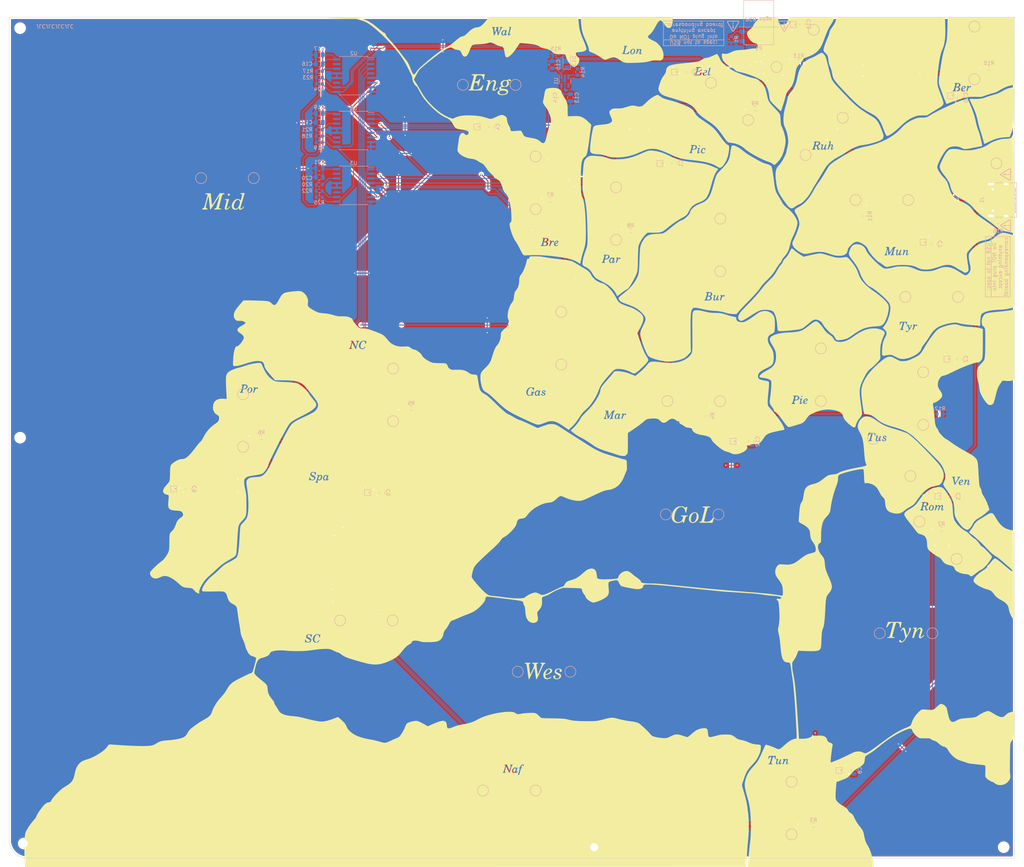
<source format=kicad_pcb>
(kicad_pcb (version 20211014) (generator pcbnew)
  (layers (0 "F.Cu" signal) (31 "B.Cu" signal) (34 "B.Paste" user) (35 "F.Paste" user) (36 "B.SilkS" user "B.Silkscreen") (37 "F.SilkS" user "F.Silkscreen") (38 "B.Mask" user) (39 "F.Mask" user) (44 "Edge.Cuts" user))
  (net 0 "")
  (net 1 "+5V")
  (net 2 "GND")
  (net 3 "+3V3")
  (net 4 "VS")
  (net 5 "/LED_BR2BL")
  (net 6 "Net-(D1-Pad3)")
  (net 7 "Net-(D2-Pad3)")
  (net 8 "Net-(D3-Pad3)")
  (net 9 "Net-(D4-Pad3)")
  (net 10 "Net-(D5-Pad3)")
  (net 11 "Net-(D6-Pad3)")
  (net 12 "Net-(D7-Pad3)")
  (net 13 "Net-(D8-Pad3)")
  (net 14 "Net-(D10-Pad1)")
  (net 15 "Net-(D10-Pad3)")
  (net 16 "Net-(D11-Pad3)")
  (net 18 "/GPIO1_SCL")
  (net 19 "/GPIO0_SDA")
  (net 20 "/SUP34")
  (net 23 "Net-(J1-PadS1)")
  (net 29 "Net-(P1-PadS1)")
  (net 30 "/SUP10")
  (net 31 "/SUP11")
  (net 32 "/SUP12")
  (net 33 "/SUP13")
  (net 34 "/SUP14")
  (net 35 "/SUP15")
  (net 36 "/SUP16")
  (net 37 "/SUP17")
  (net 38 "/SUP18")
  (net 39 "/SUP19")
  (net 40 "/SUP20")
  (net 41 "/SUP21")
  (net 42 "Net-(R14-Pad1)")
  (net 43 "Net-(R17-Pad1)")
  (net 44 "Net-(R20-Pad1)")
  (net 45 "Net-(R21-Pad1)")
  (footprint "dip:SK6805-EC" (layer "F.Cu") (at 148 50)
    (fp_text reference "D6" hide)
    (fp_text value "SK6805-EC" hide)
  )
  (footprint "dip:TestPoint_Pad_D2.0mm" (layer "F.Cu") (at 211.525 125 -90)
    (fp_text reference "TP15" hide)
    (fp_text value "TestPoint" hide)
  )
  (footprint "dip:TestPoint_Pad_D2.0mm" (layer "F.Cu") (at 270 120)
    (fp_text reference "TP11" hide)
    (fp_text value "TestPoint" hide)
  )
  (footprint "dip:TestPoint_Pad_D2.0mm" (layer "F.Cu") (at 186 78 180)
    (fp_text reference "TP19" hide)
    (fp_text value "TestPoint" hide)
  )
  (footprint "dip:TestPoint_Pad_D2.0mm" (layer "F.Cu") (at 113.4 185 90)
    (fp_text reference "TP25" hide)
    (fp_text value "TestPoint" hide)
  )
  (footprint "dip:TestPoint_Pad_D2.0mm" (layer "F.Cu") (at 238 25.5 -45)
    (fp_text reference "TP9" hide)
    (fp_text value "TestPoint" hide)
  )
  (footprint "dip:TestPoint_Pad_D2.0mm" (layer "F.Cu") (at 186 69.4)
    (fp_text reference "TP1" hide)
    (fp_text value "TestPoint" hide)
  )
  (footprint "dip:TestPoint_Pad_D2.0mm" (layer "F.Cu") (at 84 134.6 180)
    (fp_text reference "TP17" hide)
    (fp_text value "TestPoint" hide)
  )
  (footprint "MountingHole:MountingHole_2.2mm_M2" (layer "F.Cu") (at 23 23 180)
    (fp_text reference "H1")
    (fp_text value "MountingHole")
  )
  (footprint "dip:TestPoint_Pad_D2.0mm" (layer "F.Cu") (at 202.925 125 90)
    (fp_text reference "TP6" hide)
    (fp_text value "TestPoint" hide)
  )
  (footprint "dip:TestPoint_Pad_D2.0mm" (layer "F.Cu") (at 234 240.6 180)
    (fp_text reference "TP14" hide)
    (fp_text value "TestPoint" hide)
  )
  (footprint "dip:TestPoint_Pad_D2.0mm" (layer "F.Cu") (at 284 34.075 180)
    (fp_text reference "TP21" hide)
    (fp_text value "TestPoint" hide)
  )
  (footprint "dip:TestPoint_Pad_D2.0mm" (layer "F.Cu") (at 263 70 -90)
    (fp_text reference "TP5" hide)
    (fp_text value "TestPoint" hide)
  )
  (footprint "dip:TestPoint_Pad_D2.0mm" (layer "F.Cu") (at 164 61)
    (fp_text reference "TP3" hide)
    (fp_text value "TestPoint" hide)
  )
  (footprint "dip:TestPoint_Pad_D2.0mm" (layer "F.Cu") (at 164 69.6 180)
    (fp_text reference "TP18" hide)
    (fp_text value "TestPoint" hide)
  )
  (footprint "dip:TestPoint_Pad_D2.0mm" (layer "F.Cu") (at 84 126)
    (fp_text reference "TP8" hide)
    (fp_text value "TestPoint" hide)
  )
  (footprint "dip:TestPoint_Pad_D2.0mm" (layer "F.Cu") (at 125 127.6 180)
    (fp_text reference "TP16" hide)
    (fp_text value "TestPoint" hide)
  )
  (footprint "dip:SK6805-EC" (layer "F.Cu") (at 234.475 21.975)
    (fp_text reference "D12" hide)
    (fp_text value "SK6805-EC" hide)
  )
  (footprint "dip:TestPoint_Pad_D2.0mm" (layer "F.Cu") (at 234 232)
    (fp_text reference "TP12" hide)
    (fp_text value "TestPoint" hide)
  )
  (footprint "dip:SK6805-EC" (layer "F.Cu") (at 198 60)
    (fp_text reference "D7" hide)
    (fp_text value "SK6805-EC" hide)
  )
  (footprint "dip:SK6805-EC" (layer "F.Cu") (at 276.5 113.5)
    (fp_text reference "D11" hide)
    (fp_text value "SK6805-EC" hide)
  )
  (footprint "MountingHole:MountingHole_2.2mm_M2" (layer "F.Cu") (at 292 247)
    (fp_text reference "H5")
    (fp_text value "MountingHole")
  )
  (footprint "dip:TestPoint_Pad_D2.0mm" (layer "F.Cu") (at 277.081118 166.081118 -135)
    (fp_text reference "TP10" hide)
    (fp_text value "TestPoint" hide)
  )
  (footprint "dip:SK6805-EC" (layer "F.Cu") (at 277.475 41.475)
    (fp_text reference "D9" hide)
    (fp_text value "SK6805-EC" hide)
  )
  (footprint "dip:SK6805-EC" (layer "F.Cu") (at 118 150)
    (fp_text reference "D4" hide)
    (fp_text value "SK6805-EC" hide)
  )
  (footprint "dip:TestPoint_Pad_D2.0mm" (layer "F.Cu") (at 122 185 -90)
    (fp_text reference "TP26" hide)
    (fp_text value "TestPoint" hide)
  )
  (footprint "dip:SK6805-EC" (layer "F.Cu") (at 65 149)
    (fp_text reference "D5" hide)
    (fp_text value "SK6805-EC" hide)
  )
  (footprint "MountingHole:MountingHole_2.2mm_M2" (layer "F.Cu") (at 24 246)
    (fp_text reference "H3")
    (fp_text value "MountingHole")
  )
  (footprint "dip:TestPoint_Pad_D2.0mm" (layer "F.Cu") (at 271 160 45)
    (fp_text reference "TP13" hide)
    (fp_text value "TestPoint" hide)
  )
  (footprint "dip:TestPoint_Pad_D2.0mm" (layer "F.Cu") (at 220.081119 46.081119 -135)
    (fp_text reference "TP20" hide)
    (fp_text value "TestPoint" hide)
  )
  (footprint "MountingHole:MountingHole_2.2mm_M2" (layer "F.Cu") (at 23 135 180)
    (fp_text reference "H2")
    (fp_text value "MountingHole")
  )
  (footprint "MountingHole:MountingHole_2.2mm_M2" (layer "F.Cu") (at 180 247)
    (fp_text reference "H4")
    (fp_text value "MountingHole")
  )
  (footprint "LOGO" (layer "F.Cu") (at 159.5 136)
    (fp_text reference "G***" hide)
    (fp_text value "LOGO" hide)
  )
  (footprint "dip:TestPoint_Pad_D2.0mm" (layer "F.Cu") (at 125 119)
    (fp_text reference "TP7" hide)
    (fp_text value "TestPoint" hide)
  )
  (footprint "dip:SK6805-EC" (layer "F.Cu") (at 274 151)
    (fp_text reference "D1" hide)
    (fp_text value "SK6805-EC" hide)
  )
  (footprint "dip:SK6805-EC" (layer "F.Cu") (at 247 226)
    (fp_text reference "D2" hide)
    (fp_text value "SK6805-EC" hide)
  )
  (footprint "" (layer "F.Cu") (at 23 23 180)
    (fp_text reference "")
    (fp_text value "")
  )
  (footprint "dip:TestPoint_Pad_D2.0mm" (layer "F.Cu") (at 270 128.6 180)
    (fp_text reference "TP23" hide)
    (fp_text value "TestPoint" hide)
  )
  (footprint "dip:TestPoint_Pad_D2.0mm" (layer "F.Cu") (at 231.918881 31.581119 135)
    (fp_text reference "TP24" hide)
    (fp_text value "TestPoint" hide)
  )
  (footprint "dip:SK6805-EC" (layer "F.Cu") (at 202 35)
    (fp_text reference "D8" hide)
    (fp_text value "SK6805-EC" hide)
  )
  (footprint "dip:TestPoint_Pad_D2.0mm" (layer "F.Cu") (at 254.4 70 90)
    (fp_text reference "TP22" hide)
    (fp_text value "TestPoint" hide)
  )
  (footprint "dip:SK6805-EC" (layer "F.Cu") (at 218 136)
    (fp_text reference "D3" hide)
    (fp_text value "SK6805-EC" hide)
  )
  (footprint "dip:SK6805-EC" (layer "F.Cu") (at 269.975 81.525)
    (fp_text reference "D10" hide)
    (fp_text value "SK6805-EC" hide)
  )
  (footprint "dip:TestPoint_Pad_D2.0mm" (layer "F.Cu") (at 214 40 45)
    (fp_text reference "TP4" hide)
    (fp_text value "TestPoint" hide)
  )
  (footprint "dip:TestPoint_Pad_D2.0mm" (layer "F.Cu") (at 284 25.475)
    (fp_text reference "TP2" hide)
    (fp_text value "TestPoint" hide)
  )
  (footprint "Package_SO:SOIC-16W_7.5x10.3mm_P1.27mm" (layer "B.Cu") (at 114.25 36 180)
    (fp_text reference "U2")
    (fp_text value "PCF8591")
  )
  (footprint "Resistor_SMD:R_0603_1608Metric" (layer "B.Cu") (at 175.5 35 90)
    (fp_text reference "R14")
    (fp_text value "10k")
  )
  (footprint "Resistor_SMD:R_0603_1608Metric" (layer "B.Cu") (at 169.5 30 180)
    (fp_text reference "R15")
    (fp_text value "10k")
  )
  (footprint "Package_TO_SOT_SMD:SOT-23-5" (layer "B.Cu") (at 172 37.5 -90)
    (fp_text reference "U1")
    (fp_text value "AP2112K-3.3")
  )
  (footprint "Capacitor_SMD:C_0805_2012Metric" (layer "B.Cu") (at 122 150 90)
    (fp_text reference "C5")
    (fp_text value "0.1µ")
  )
  (footprint "Capacitor_SMD:C_0805_2012Metric" (layer "B.Cu") (at 223 136 90)
    (fp_text reference "C12")
    (fp_text value "0.1µ")
  )
  (footprint "Capacitor_SMD:C_0805_2012Metric" (layer "B.Cu") (at 69 149 90)
    (fp_text reference "C9")
    (fp_text value "0.1µ")
  )
  (footprint "dip:USB_C_Plug_edge_launch" (layer "B.Cu") (at 225 26.2)
    (fp_text reference "P1")
    (fp_text value "USB_C_Plug")
  )
  (footprint "LOGO" (layer "B.Cu") (at 292.5 63 -90)
    (fp_text reference "G***" hide)
    (fp_text value "LOGO" hide)
  )
  (footprint "Resistor_SMD:R_0603_1608Metric" (layer "B.Cu") (at 104.825 54.25)
    (fp_text reference "R19")
    (fp_text value "10k")
  )
  (footprint "Capacitor_SMD:C_0805_2012Metric" (layer "B.Cu") (at 104.825 32.8 180)
    (fp_text reference "C16")
    (fp_text value "0.1u")
  )
  (footprint "Resistor_SMD:R_0603_1608Metric" (layer "B.Cu") (at 104.825 50.8 180)
    (fp_text reference "R21")
    (fp_text value "1k")
  )
  (footprint "Resistor_SMD:R_0603_1608Metric" (layer "B.Cu") (at 104.825 65.8 180)
    (fp_text reference "R20")
    (fp_text value "1k")
  )
  (footprint "Package_SO:SOIC-16W_7.5x10.3mm_P1.27mm" (layer "B.Cu") (at 114.25 66 180)
    (fp_text reference "U3")
    (fp_text value "PCF8591")
  )
  (footprint "LOGO" (layer "B.Cu") (at 292.5 77 -90)
    (fp_text reference "G***" hide)
    (fp_text value "LOGO" hide)
  )
  (footprint "Capacitor_SMD:C_0805_2012Metric" (layer "B.Cu") (at 173.5 42 -90)
    (fp_text reference "C13")
    (fp_text value "10µ")
  )
  (footprint "Capacitor_SMD:C_0805_2012Metric" (layer "B.Cu") (at 171 42 -90)
    (fp_text reference "C14")
    (fp_text value "10µ")
  )
  (footprint "Capacitor_SMD:C_0805_2012Metric" (layer "B.Cu") (at 273 82 90)
    (fp_text reference "C7")
    (fp_text value "0.1µ")
  )
  (footprint "Capacitor_SMD:C_0805_2012Metric" (layer "B.Cu") (at 251 226 90)
    (fp_text reference "C8")
    (fp_text value "0.1µ")
  )
  (footprint "Capacitor_SMD:C_0805_2012Metric" (layer "B.Cu") (at 280 113.5 90)
    (fp_text reference "C2")
    (fp_text value "0.1µ")
  )
  (footprint "Resistor_SMD:R_0603_1608Metric" (layer "B.Cu") (at 168 70 180)
    (fp_text reference "R7")
    (fp_text value "10k")
  )
  (footprint "Capacitor_SMD:C_0805_2012Metric" (layer "B.Cu") (at 104.825 63.8 180)
    (fp_text reference "C20")
    (fp_text value "0.1u")
  )
  (footprint "Resistor_SMD:R_0603_1608Metric" (layer "B.Cu") (at 288 34 180)
    (fp_text reference "R10")
    (fp_text value "10k")
  )
  (footprint "Capacitor_SMD:C_0805_2012Metric" (layer "B.Cu") (at 104.825 46.3 180)
    (fp_text reference "C19")
    (fp_text value "10u")
  )
  (footprint "Resistor_SMD:R_0603_1608Metric" (layer "B.Cu") (at 130 127 180)
    (fp_text reference "R5")
    (fp_text value "10k")
  )
  (footprint "Resistor_SMD:R_0603_1608Metric" (layer "B.Cu") (at 254 74.409092 90)
    (fp_text reference "R11")
    (fp_text value "10k")
  )
  (footprint "Resistor_SMD:R_0603_1608Metric" (layer "B.Cu") (at 224 45 180)
    (fp_text reference "R9")
    (fp_text value "10k")
  )
  (footprint "Diode_SMD:D_SOD-123" (layer "B.Cu") (at 172.5 32 90)
    (fp_text reference "D13")
    (fp_text value "MBR0540")
  )
  (footprint "Resistor_SMD:R_0603_1608Metric" (layer "B.Cu") (at 104.825 38.25)
    (fp_text reference "R24")
    (fp_text value "10k")
  )
  (footprint "Resistor_SMD:R_0603_1608Metric" (layer "B.Cu") (at 211 129 90)
    (fp_text reference "R4")
    (fp_text value "10k")
  )
  (footprint "dip:USB_C_Receptacle_HRO_TYPE-C-31-M-12" (layer "B.Cu") (at 291.63 70 -90)
    (fp_text reference "J1")
    (fp_text value "USB_C_Receptacle_USB2.0")
  )
  (footprint "Capacitor_SMD:C_0805_2012Metric" (layer "B.Cu") (at 280 41.95 90)
    (fp_text reference "C10")
    (fp_text value "0.1µ")
  )
  (footprint "Package_SO:SOIC-16W_7.5x10.3mm_P1.27mm" (layer "B.Cu") (at 114.25 51 180)
    (fp_text reference "U4")
    (fp_text value "PCF8591")
  )
  (footprint "LOGO" (layer "B.Cu") (at 232 22.5)
    (fp_text reference "G***" hide)
    (fp_text value "LOGO" hide)
  )
  (footprint "Resistor_SMD:R_0603_1608Metric" (layer "B.Cu") (at 190 78.4 180)
    (fp_text reference "R8")
    (fp_text value "10k")
  )
  (footprint "Capacitor_SMD:C_0805_2012Metric" (layer "B.Cu") (at 205.95 35 90)
    (fp_text reference "C6")
    (fp_text value "0.1µ")
  )
  (footprint "Resistor_SMD:R_0603_1608Metric" (layer "B.Cu") (at 104.825 52.5)
    (fp_text reference "R18")
    (fp_text value "10k")
  )
  (footprint "Resistor_SMD:R_0603_1608Metric" (layer "B.Cu") (at 290.5 77)
    (fp_text reference "R16")
    (fp_text value "1M")
  )
  (footprint "Resistor_SMD:R_0603_1608Metric" (layer "B.Cu") (at 240 241 180)
    (fp_text reference "R3")
    (fp_text value "10k")
  )
  (footprint "Resistor_SMD:R_0603_1608Metric" (layer "B.Cu") (at 104.825 34.8 180)
    (fp_text reference "R17")
    (fp_text value "1k")
  )
  (footprint "Resistor_SMD:R_0603_1608Metric" (layer "B.Cu") (at 104.825 36.5)
    (fp_text reference "R23")
    (fp_text value "10k")
  )
  (footprint "Resistor_SMD:R_0603_1608Metric" (layer "B.Cu") (at 89 135 180)
    (fp_text reference "R6")
    (fp_text value "10k")
  )
  (footprint "Capacitor_SMD:C_0805_2012Metric" (layer "B.Cu") (at 104.825 48.8 180)
    (fp_text reference "C18")
    (fp_text value "0.1u")
  )
  (footprint "Resistor_SMD:R_0603_1608Metric" (layer "B.Cu") (at 236 32 180)
    (fp_text reference "R13")
    (fp_text value "10k")
  )
  (footprint "Resistor_SMD:R_0603_1608Metric" (layer "B.Cu") (at 275 160 180)
    (fp_text reference "R2")
    (fp_text value "10k")
  )
  (footprint "Resistor_SMD:R_0603_1608Metric" (layer "B.Cu") (at 104.825 67.5)
    (fp_text reference "R22")
    (fp_text value "10k")
  )
  (footprint "Capacitor_SMD:C_0805_2012Metric" (layer "B.Cu") (at 152 50 90)
    (fp_text reference "C4")
    (fp_text value "0.1µ")
  )
  (footprint "Capacitor_SMD:C_0805_2012Metric" (layer "B.Cu") (at 237 21.95 90)
    (fp_text reference "C11")
    (fp_text value "0.1µ")
  )
  (footprint "Capacitor_SMD:C_0805_2012Metric" (layer "B.Cu") (at 277.95 151 90)
    (fp_text reference "C3")
    (fp_text value "0.1µ")
  )
  (footprint "Capacitor_SMD:C_0805_2012Metric" (layer "B.Cu") (at 168.5 33 90)
    (fp_text reference "C15")
    (fp_text value "10µ")
  )
  (footprint "LOGO" (layer "B.Cu") (at 218 22.5)
    (fp_text reference "G***" hide)
    (fp_text value "LOGO" hide)
  )
  (footprint "Resistor_SMD:R_0603_1608Metric" (layer "B.Cu") (at 104.825 69.25)
    (fp_text reference "R25")
    (fp_text value "10k")
  )
  (footprint "Resistor_SMD:R_0603_1608Metric" (layer "B.Cu") (at 274.59773 128.5 180)
    (fp_text reference "R12")
    (fp_text value "10k")
  )
  (footprint "Capacitor_SMD:C_0805_2012Metric" (layer "B.Cu") (at 202 60 90)
    (fp_text reference "C1")
    (fp_text value "0.1µ")
  )
  (footprint "Resistor_SMD:R_0603_1608Metric" (layer "B.Cu") (at 217.5 26.06 90)
    (fp_text reference "R1")
    (fp_text value "1M")
  )
  (footprint "Capacitor_SMD:C_0805_2012Metric" (layer "B.Cu") (at 104.825 30.3 180)
    (fp_text reference "C17")
    (fp_text value "10u")
  )
  (footprint "Capacitor_SMD:C_0805_2012Metric" (layer "B.Cu") (at 104.825 61.3 180)
    (fp_text reference "C21")
    (fp_text value "10u")
  )
  (gr_line (start 293.75 96.5) (end 287 96.5) (layer "B.SilkS") (width 0.15))
  (gr_circle (center 237.817662 57.682338) (end 238.878322 58.742998) (layer "B.SilkS") (width 0.15) (fill none))
  (gr_line (start 293.75 96.5) (end 293.75 80) (layer "B.SilkS") (width 0.15))
  (gr_line (start 288.6 80) (end 288.6 96.5) (layer "B.SilkS") (width 0.15))
  (gr_line (start 293.75 80) (end 287 80) (layer "B.SilkS") (width 0.15))
  (gr_circle (center 214 156) (end 214 154.5) (layer "B.SilkS") (width 0.15) (fill none))
  (gr_circle (center 214.5 75.1) (end 216 75.1) (layer "B.SilkS") (width 0.15) (fill none))
  (gr_circle (center 266.5 145.5) (end 267.56066 144.43934) (layer "B.SilkS") (width 0.15) (fill none))
  (gr_circle (center 242 125) (end 243.5 125) (layer "B.SilkS") (width 0.15) (fill none))
  (gr_circle (center 171 115) (end 172.5 115) (layer "B.SilkS") (width 0.15) (fill none))
  (gr_circle (center 171 100.6) (end 172.5 100.6) (layer "B.SilkS") (width 0.15) (fill none))
  (gr_circle (center 86.9 64) (end 86.9 62.5) (layer "B.SilkS") (width 0.15) (fill none))
  (gr_circle (center 199.6 156) (end 199.6 154.5) (layer "B.SilkS") (width 0.15) (fill none))
  (gr_circle (center 248 47.5) (end 249.06066 48.56066) (layer "B.SilkS") (width 0.15) (fill none))
  (gr_circle (center 272.5 188.5) (end 272.5 187) (layer "B.SilkS") (width 0.15) (fill none))
  (gr_circle (center 144.1 38.5) (end 144.1 37) (layer "B.SilkS") (width 0.15) (fill none))
  (gr_circle (center 72.5 64) (end 72.5 62.5) (layer "B.SilkS") (width 0.15) (fill none))
  (gr_circle (center 242 110.6) (end 243.5 110.6) (layer "B.SilkS") (width 0.15) (fill none))
  (gr_line (start 198.95 27.8) (end 215.45 27.8) (layer "B.SilkS") (width 0.15))
  (gr_circle (center 256.317662 135.317662) (end 257.378322 134.257002) (layer "B.SilkS") (width 0.15) (fill none))
  (gr_circle (center 214.5 89.5) (end 216 89.5) (layer "B.SilkS") (width 0.15) (fill none))
  (gr_line (start 198.95 26.2) (end 215.45 26.2) (layer "B.SilkS") (width 0.15))
  (gr_line (start 198.95 21.05) (end 198.95 27.8) (layer "B.SilkS") (width 0.15))
  (gr_circle (center 164 231.5) (end 164 230) (layer "B.SilkS") (width 0.15) (fill none))
  (gr_circle (center 173.5 199) (end 173.5 197.5) (layer "B.SilkS") (width 0.15) (fill none))
  (gr_circle (center 265.1 96.5) (end 265.1 95) (layer "B.SilkS") (width 0.15) (fill none))
  (gr_circle (center 159.1 199) (end 159.1 197.5) (layer "B.SilkS") (width 0.15) (fill none))
  (gr_circle (center 258.1 188.5) (end 258.1 187) (layer "B.SilkS") (width 0.15) (fill none))
  (gr_circle (center 279.5 96.5) (end 279.5 95) (layer "B.SilkS") (width 0.15) (fill none))
  (gr_circle (center 290 60) (end 290 58.5) (layer "B.SilkS") (width 0.15) (fill none))
  (gr_line (start 287 80) (end 287 96.5) (layer "B.SilkS") (width 0.15))
  (gr_circle (center 158.5 38.5) (end 158.5 37) (layer "B.SilkS") (width 0.15) (fill none))
  (gr_line (start 215.45 21.05) (end 198.95 21.05) (layer "B.SilkS") (width 0.15))
  (gr_circle (center 149.6 231.5) (end 149.6 230) (layer "B.SilkS") (width 0.15) (fill none))
  (gr_line (start 215.45 21.05) (end 215.45 27.8) (layer "B.SilkS") (width 0.15))
  (gr_line (start 25 250) (end 295 250) (layer "Edge.Cuts") (width 0.1))
  (gr_line (start 20 20) (end 20 245) (layer "Edge.Cuts") (width 0.1))
  (gr_arc (start 25 250) (mid 21.464466 248.535534) (end 20 245) (layer "Edge.Cuts") (width 0.1))
  (gr_line (start 20 20) (end 295 20) (layer "Edge.Cuts") (width 0.1))
  (gr_line (start 295 20) (end 295 250) (layer "Edge.Cuts") (width 0.1))
  (gr_text "USB not to spec:\nDo NOT plug into\nanything except\ncorresponding board!" (at 290.25 88.25 90) (layer "B.SilkS") (effects (font (size 1 1)) (justify mirror)))
  (gr_text "JLCJLCJLCJLC" (at 32.5 22.5 180) (layer "B.SilkS") (effects (font (size 1 1)) (justify mirror)))
  (gr_text "USB not to spec:\nDo NOT plug into\nanything except\ncorresponding board!" (at 207.2 24.55 180) (layer "B.SilkS") (effects (font (size 1 1)) (justify mirror)))
  (segment (start 232.699511 20.900489) (end 235.450489 20.900489) (width 0.25) (layer "F.Cu") (net 1))
  (segment (start 226.55 30.31) (end 226.55 27.56) (width 0.25) (layer "F.Cu") (net 1))
  (segment (start 119.75 149.449022) (end 119.074511 150.124511) (width 0.25) (layer "F.Cu") (net 1))
  (segment (start 235.7 21.15) (end 235.7 22.15) (width 0.25) (layer "F.Cu") (net 1))
  (segment (start 247.475 226.475) (end 247.575 226.475) (width 0.25) (layer "F.Cu") (net 1))
  (segment (start 198.5 60.5) (end 198.475 60.475) (width 0.25) (layer "F.Cu") (net 1))
  (segment (start 203.3 35.4) (end 202.55 35.4) (width 0.25) (layer "F.Cu") (net 1))
  (segment (start 119.074511 150.124511) (end 118.825489 150.124511) (width 0.25) (layer "F.Cu") (net 1))
  (segment (start 235.450489 20.900489) (end 235.7 21.15) (width 0.25) (layer "F.Cu") (net 1))
  (segment (start 235.4 22.45) (end 234.95 22.45) (width 0.25) (layer "F.Cu") (net 1))
  (segment (start 232.25 21.35) (end 232.699511 20.900489) (width 0.25) (layer "F.Cu") (net 1))
  (segment (start 199.2 60.5) (end 198.5 60.5) (width 0.25) (layer "F.Cu") (net 1))
  (segment (start 271.45 79.95) (end 271.45 81.249022) (width 0.25) (layer "F.Cu") (net 1))
  (segment (start 235.7 22.15) (end 235.4 22.45) (width 0.25) (layer "F.Cu") (net 1))
  (segment (start 66.5 148.85) (end 66.543278 148.806722) (width 0.25) (layer "F.Cu") (net 1))
  (segment (start 270.699022 82) (end 270.45 82) (width 0.25) (layer "F.Cu") (net 1))
  (segment (start 65.875 149.475) (end 66.5 148.85) (width 0.25) (layer "F.Cu") (net 1))
  (segment (start 202.55 35.4) (end 202.475 35.475) (width 0.25) (layer "F.Cu") (net 1))
  (segment (start 118.825489 150.124511) (end 118.475 150.475) (width 0.25) (layer "F.Cu") (net 1))
  (segment (start 119.75 149.2) (end 119.75 149.449022) (width 0.25) (layer "F.Cu") (net 1))
  (segment (start 218.55 136.4) (end 218.475 136.475) (width 0.25) (layer "F.Cu") (net 1))
  (segment (start 219.5 136.4) (end 218.55 136.4) (width 0.25) (layer "F.Cu") (net 1))
  (segment (start 232.25 21.86) (end 232.25 21.35) (width 0.25) (layer "F.Cu") (net 1))
  (segment (start 65.475 149.475) (end 65.875 149.475) (width 0.25) (layer "F.Cu") (net 1))
  (segment (start 247.575 226.475) (end 249.05 225) (width 0.25) (layer "F.Cu") (net 1))
  (segment (start 271.45 81.249022) (end 270.699022 82) (width 0.25) (layer "F.Cu") (net 1))
  (segment (start 226.55 27.56) (end 232.25 21.86) (width 0.25) (layer "F.Cu") (net 1))
  (segment (start 66.543278 148.806722) (end 66.543278 148.793278) (width 0.25) (layer "F.Cu") (net 1))
  (via (at 171.5 29) (size 0.5) (drill 0.3) (layers "F.Cu" "B.Cu") (net 1))
  (via (at 278.7 114.5) (size 0.5) (drill 0.3) (layers "F.Cu" "B.Cu") (net 1))
  (via (at 209.5 33.35) (size 0.5) (drill 0.3) (layers "F.Cu" "B.Cu") (net 1))
  (via (at 67.6 149.9) (size 0.5) (drill 0.3) (layers "F.Cu" "B.Cu") (net 1))
  (via (at 119.75 149.2) (size 0.5) (drill 0.3) (layers "F.Cu" "B.Cu") (net 1))
  (via (at 153.4 50.9) (size 0.5) (drill 0.3) (layers "F.Cu" "B.Cu") (net 1))
  (via (at 209.5 35.9) (size 0.5) (drill 0.3) (layers "F.Cu" "B.Cu") (net 1))
  (via (at 286.15 72.45) (size 0.5) (drill 0.3) (layers "F.Cu" "B.Cu") (net 1))
  (via (at 249.6 226.9) (size 0.5) (drill 0.3) (layers "F.Cu" "B.Cu") (net 1))
  (via (at 216 142.55) (size 0.5) (drill 0.3) (layers "F.Cu" "B.Cu") (net 1))
  (via (at 219.5 136.4) (size 0.5) (drill 0.3) (layers "F.Cu" "B.Cu") (net 1))
  (via (at 66.543278 148.793278) (size 0.5) (drill 0.3) (layers "F.Cu" "B.Cu") (net 1))
  (via (at 276.7 152) (size 0.5) (drill 0.3) (layers "F.Cu" "B.Cu") (net 1))
  (via (at 279.9 43.9) (size 0.5) (drill 0.3) (layers "F.Cu" "B.Cu") (net 1))
  (via (at 226.55 30.31) (size 0.5) (drill 0.3) (layers "F.Cu" "B.Cu") (net 1))
  (via (at 234.15 23.6) (size 0.5) (drill 0.3) (layers "F.Cu" "B.Cu") (net 1))
  (via (at 219.15 142.55) (size 0.5) (drill 0.3) (layers "F.Cu" "B.Cu") (net 1))
  (via (at 271.45 79.95) (size 0.5) (drill 0.3) (layers "F.Cu" "B.Cu") (net 1))
  (via (at 248.85 224.5) (size 0.5) (drill 0.3) (layers "F.Cu" "B.Cu") (net 1))
  (via (at 203.3 35.4) (size 0.5) (drill 0.3) (layers "F.Cu" "B.Cu") (net 1))
  (via (at 120.6 150.9) (size 0.5) (drill 0.3) (layers "F.Cu" "B.Cu") (net 1))
  (via (at 199.2 60.5) (size 0.5) (drill 0.3) (layers "F.Cu" "B.Cu") (net 1))
  (segment (start 172.15 30) (end 172.5 30.35) (width 0.25) (layer "B.Cu") (net 1))
  (segment (start 203.85 35.95) (end 203.3 35.4) (width 0.25) (layer "B.Cu") (net 1))
  (segment (start 234.15 23.6) (end 234.85 22.9) (width 0.25) (layer "B.Cu") (net 1))
  (segment (start 288.409022 67.55) (end 287.585 67.55) (width 0.25) (layer "B.Cu") (net 1))
  (segment (start 220.05 136.95) (end 219.5 136.4) (width 0.25) (layer "B.Cu") (net 1))
  (segment (start 226.25 30.01) (end 226.25 28.45) (width 0.25) (layer "B.Cu") (net 1))
  (segment (start 69 149.95) (end 67.65 149.95) (width 0.25) (layer "B.Cu") (net 1))
  (segment (start 280 43.8) (end 279.9 43.9) (width 0.25) (layer "B.Cu") (net 1))
  (segment (start 248.85 224.5) (end 248.85 226.15) (width 0.25) (layer "B.Cu") (net 1))
  (segment (start 251 226.95) (end 249.65 226.95) (width 0.25) (layer "B.Cu") (net 1))
  (segment (start 119.75 150.05) (end 120.6 150.9) (width 0.25) (layer "B.Cu") (net 1))
  (segment (start 278.75 114.45) (end 278.7 114.5) (width 0.25) (layer "B.Cu") (net 1))
  (segment (start 202 60.95) (end 199.65 60.95) (width 0.25) (layer "B.Cu") (net 1))
  (segment (start 276.75 151.95) (end 276.7 152) (width 0.25) (layer "B.Cu") (net 1))
  (segment (start 249.65 226.95) (end 249.6 226.9) (width 0.25) (layer "B.Cu") (net 1))
  (segment (start 171.5 30) (end 172.15 30) (width 0.25) (layer "B.Cu") (net 1))
  (segment (start 122 150.95) (end 120.65 150.95) (width 0.25) (layer "B.Cu") (net 1))
  (segment (start 152 50.95) (end 153.35 50.95) (width 0.25) (layer "B.Cu") (net 1))
  (segment (start 248.85 226.15) (end 249.6 226.9) (width 0.25) (layer "B.Cu") (net 1))
  (segment (start 226.55 30.31) (end 226.25 30.01) (width 0.25) (layer "B.Cu") (net 1))
  (segment (start 226.25 28.45) (end 226.725489 28.45) (width 0.25) (layer "B.Cu") (net 1))
  (segment (start 219.15 142.55) (end 216 142.55) (width 0.25) (layer "B.Cu") (net 1))
  (segment (start 66.543278 148.793278) (end 66.543278 148.843278) (width 0.25) (layer "B.Cu") (net 1))
  (segment (start 271.45 81.4) (end 273 82.95) (width 0.25) (layer "B.Cu") (net 1))
  (segment (start 280 42.9) (end 280 43.8) (width 0.25) (layer "B.Cu") (net 1))
  (segment (start 153.35 50.95) (end 153.4 50.9) (width 0.25) (layer "B.Cu") (net 1))
  (segment (start 209.5 33.35) (end 209.5 35.9) (width 0.25) (layer "B.Cu") (net 1))
  (segment (start 287.585 72.45) (end 288.409022 72.45) (width 0.25) (layer "B.Cu") (net 1))
  (segment (start 288.938022 71.921) (end 288.938022 68.079) (width 0.25) (layer "B.Cu") (net 1))
  (segment (start 171.5 30) (end 171.5 29) (width 0.25) (layer "B.Cu") (net 1))
  (segment (start 66.543278 148.843278) (end 67.6 149.9) (width 0.25) (layer "B.Cu") (net 1))
  (segment (start 223 136.95) (end 220.05 136.95) (width 0.25) (layer "B.Cu") (net 1))
  (segment (start 199.65 60.95) (end 199.2 60.5) (width 0.25) (layer "B.Cu") (net 1))
  (segment (start 226.75 30.11) (end 226.75 28.45) (width 0.25) (layer "B.Cu") (net 1))
  (segment (start 226.55 30.31) (end 226.75 30.11) (width 0.25) (layer "B.Cu") (net 1))
  (segment (start 67.65 149.95) (end 67.6 149.9) (width 0.25) (layer "B.Cu") (net 1))
  (segment (start 170.325 30) (end 171.5 30) (width 0.25) (layer "B.Cu") (net 1))
  (segment (start 280 114.45) (end 278.75 114.45) (width 0.25) (layer "B.Cu") (net 1))
  (segment (start 119.75 149.2) (end 119.75 150.05) (width 0.25) (layer "B.Cu") (net 1))
  (segment (start 277.95 151.95) (end 276.75 151.95) (width 0.25) (layer "B.Cu") (net 1))
  (segment (start 271.45 79.95) (end 271.45 81.4) (width 0.25) (layer "B.Cu") (net 1))
  (segment (start 205.95 35.95) (end 203.85 35.95) (width 0.25) (layer "B.Cu") (net 1))
  (segment (start 120.65 150.95) (end 120.6 150.9) (width 0.25) (layer "B.Cu") (net 1))
  (segment (start 288.938022 68.079) (end 288.409022 67.55) (width 0.25) (layer "B.Cu") (net 1))
  (segment (start 288.409022 72.45) (end 288.938022 71.921) (width 0.25) (layer "B.Cu") (net 1))
  (segment (start 234.85 22.9) (end 237 22.9) (width 0.25) (layer "B.Cu") (net 1))
  (segment (start 287.585 72.45) (end 286.15 72.45) (width 0.25) (layer "B.Cu") (net 1))
  (segment (start 64.525 148.525) (end 64.525 147.825) (width 0.25) (layer "F.Cu") (net 2))
  (segment (start 150.75 106.25) (end 150.75 102.25) (width 0.25) (layer "F.Cu") (net 2))
  (segment (start 197.525 59.525) (end 197.525 58.725) (width 0.25) (layer "F.Cu") (net 2))
  (segment (start 126.75 57.25) (end 130 57.25) (width 0.25) (layer "F.Cu") (net 2))
  (segment (start 246.525 224.725) (end 246.5 224.7) (width 0.25) (layer "F.Cu") (net 2))
  (segment (start 201.525 33.725) (end 201.5 33.7) (width 0.25) (layer "F.Cu") (net 2))
  (segment (start 233.2 21.5) (end 233 21.7) (width 0.25) (layer "F.Cu") (net 2))
  (segment (start 117.525 149.525) (end 117.525 148.825) (width 0.25) (layer "F.Cu") (net 2))
  (segment (start 128.3 47.45) (end 128.15 47.3) (width 0.25) (layer "F.Cu") (net 2))
  (segment (start 273.525 149.825) (end 273.5 149.8) (width 0.25) (layer "F.Cu") (net 2))
  (segment (start 277 41) (end 277 40.3) (width 0.25) (layer "F.Cu") (net 2))
  (segment (start 194.75 50.5) (end 195 50.75) (width 0.25) (layer "F.Cu") (net 2))
  (segment (start 217.525 135.525) (end 217.525 134.725) (width 0.25) (layer "F.Cu") (net 2))
  (segment (start 147.525 48.575) (end 147.525 49.525) (width 0.25) (layer "F.Cu") (net 2))
  (segment (start 276.025 112.325) (end 276 112.3) (width 0.25) (layer "F.Cu") (net 2))
  (segment (start 246.5 50.5) (end 243.75 53.25) (width 0.25) (layer "F.Cu") (net 2))
  (segment (start 108.5 179.75) (end 108.5 176.5) (width 0.25) (layer "F.Cu") (net 2))
  (segment (start 126.5 63) (end 126.5 67.75) (width 0.25) (layer "F.Cu") (net 2))
  (segment (start 273.525 150.525) (end 273.525 149.825) (width 0.25) (layer "F.Cu") (net 2))
  (segment (start 269.5 81.05) (end 269.5 80.2) (width 0.25) (layer "F.Cu") (net 2))
  (segment (start 243.75 53.25) (end 243.75 53.5) (width 0.25) (layer "F.Cu") (net 2))
  (segment (start 123.1 68.55) (end 123.1 68.85) (width 0.25) (layer "F.Cu") (net 2))
  (segment (start 117.525 148.825) (end 117.4 148.7) (width 0.25) (layer "F.Cu") (net 2))
  (segment (start 246.525 225.525) (end 246.525 224.725) (width 0.25) (layer "F.Cu") (net 2))
  (segment (start 197.525 58.725) (end 197.5 58.7) (width 0.25) (layer "F.Cu") (net 2))
  (segment (start 189.75 50.5) (end 194.75 50.5) (width 0.25) (layer "F.Cu") (net 2))
  (segment (start 109 161.75) (end 111.25 159.5) (width 0.25) (layer "F.Cu") (net 2))
  (segment (start 263.25 218.75) (end 265.25 220.75) (width 0.25) (layer "F.Cu") (net 2))
  (segment (start 175 91.5) (end 179.75 91.5) (width 0.25) (layer "F.Cu") (net 2))
  (segment (start 98.7 48.9) (end 101.45 48.9) (width 0.25) (layer "F.Cu") (net 2))
  (segment (start 201.525 34.525) (end 201.525 33.725) (width 0.25) (layer "F.Cu") (net 2))
  (segment (start 234 21.5) (end 233.2 21.5) (width 0.25) (layer "F.Cu") (net 2))
  (segment (start 138.65 29.5) (end 138.65 26.25) (width 0.25) (layer "F.Cu") (net 2))
  (segment (start 277 40.3) (end 276.9 40.2) (width 0.25) (layer "F.Cu") (net 2))
  (segment (start 121.5 66.95) (end 123.1 68.55) (width 0.25) (layer "F.Cu") (net 2))
  (segment (start 128.3 52.3) (end 128.3 47.45) (width 0.25) (layer "F.Cu") (net 2))
  (segment (start 147.45 48.5) (end 147.525 48.575) (width 0.25) (layer "F.Cu") (net 2))
  (segment (start 114.5 90) (end 118.5 90) (width 0.25) (layer "F.Cu") (net 2))
  (segment (start 64.525 147.825) (end 64.5 147.8) (width 0.25) (layer "F.Cu") (net 2))
  (segment (start 138.65 26.25) (end 138.6 26.2) (width 0.25) (layer "F.Cu") (net 2))
  (segment (start 98.6 61.35) (end 101.8 61.35) (width 0.25) (layer "F.Cu") (net 2))
  (segment (start 276.025 113.025) (end 276.025 112.325) (width 0.25) (layer "F.Cu") (net 2))
  (segment (start 101.45 48.9) (end 101.5 48.85) (width 0.25) (layer "F.Cu") (net 2))
  (segment (start 217.525 134.725) (end 217.5 134.7) (width 0.25) (layer "F.Cu") (net 2))
  (via (at 128.3 52.3) (size 0.5) (drill 0.3) (layers "F.Cu" "B.Cu") (net 2))
  (via (at 98.6 61.35) (size 0.5) (drill 0.3) (layers "F.Cu" "B.Cu") (net 2))
  (via (at 189.75 50.5) (size 0.5) (drill 0.3) (layers "F.Cu" "B.Cu") (net 2))
  (via (at 265.25 220.75) (size 0.5) (drill 0.3) (layers "F.Cu" "B.Cu") (net 2))
  (via (at 138.6 26.2) (size 0.5) (drill 0.3) (layers "F.Cu" "B.Cu") (net 2))
  (via (at 246.5 50.5) (size 0.5) (drill 0.3) (layers "F.Cu" "B.Cu") (net 2))
  (via (at 276 112.3) (size 0.5) (drill 0.3) (layers "F.Cu" "B.Cu") (net 2))
  (via (at 114.5 90) (size 0.5) (drill 0.3) (layers "F.Cu" "B.Cu") (net 2))
  (via (at 130 57.25) (size 0.5) (drill 0.3) (layers "F.Cu" "B.Cu") (net 2))
  (via (at 109 161.75) (size 0.5) (drill 0.3) (layers "F.Cu" "B.Cu") (net 2))
  (via (at 243.75 53.5) (size 0.5) (drill 0.3) (layers "F.Cu" "B.Cu") (net 2))
  (via (at 126.5 67.75) (size 0.5) (drill 0.3) (layers "F.Cu" "B.Cu") (net 2))
  (via (at 150.75 106.25) (size 0.5) (drill 0.3) (layers "F.Cu" "B.Cu") (net 2))
  (via (at 98.7 48.9) (size 0.5) (drill 0.3) (layers "F.Cu" "B.Cu") (net 2))
  (via (at 201.5 33.7) (size 0.5) (drill 0.3) (layers "F.Cu" "B.Cu") (net 2))
  (via (at 217.5 134.7) (size 0.5) (drill 0.3) (layers "F.Cu" "B.Cu") (net 2))
  (via (at 138.65 29.5) (size 0.5) (drill 0.3) (layers "F.Cu" "B.Cu") (net 2))
  (via (at 269.5 80.2) (size 0.5) (drill 0.3) (layers "F.Cu" "B.Cu") (net 2))
  (via (at 273.5 149.8) (size 0.5) (drill 0.3) (layers "F.Cu" "B.Cu") (net 2))
  (via (at 126.75 57.25) (size 0.5) (drill 0.3) (layers "F.Cu" "B.Cu") (net 2))
  (via (at 118.5 90) (size 0.5) (drill 0.3) (layers "F.Cu" "B.Cu") (net 2))
  (via (at 128.15 47.3) (size 0.5) (drill 0.3) (layers "F.Cu" "B.Cu") (net 2))
  (via (at 108.5 179.75) (size 0.5) (drill 0.3) (layers "F.Cu" "B.Cu") (net 2))
  (via (at 197.5 58.7) (size 0.5) (drill 0.3) (layers "F.Cu" "B.Cu") (net 2))
  (via (at 179.75 91.5) (size 0.5) (drill 0.3) (layers "F.Cu" "B.Cu") (net 2))
  (via (at 64.5 147.8) (size 0.5) (drill 0.3) (layers "F.Cu" "B.Cu") (net 2))
  (via (at 175 91.5) (size 0.5) (drill 0.3) (layers "F.Cu" "B.Cu") (net 2))
  (via (at 111.25 159.5) (size 0.5) (drill 0.3) (layers "F.Cu" "B.Cu") (net 2))
  (via (at 195 50.75) (size 0.5) (drill 0.3) (layers "F.Cu" "B.Cu") (net 2))
  (via (at 101.8 61.35) (size 0.5) (drill 0.3) (layers "F.Cu" "B.Cu") (net 2))
  (via (at 276.9 40.2) (size 0.5) (drill 0.3) (layers "F.Cu" "B.Cu") (net 2))
  (via (at 263.25 218.75) (size 0.5) (drill 0.3) (layers "F.Cu" "B.Cu") (net 2))
  (via (at 108.5 176.5) (size 0.5) (drill 0.3) (layers "F.Cu" "B.Cu") (net 2))
  (via (at 101.5 48.85) (size 0.5) (drill 0.3) (layers "F.Cu" "B.Cu") (net 2))
  (via (at 126.5 63) (size 0.5) (drill 0.3) (layers "F.Cu" "B.Cu") (net 2))
  (via (at 123.1 68.85) (size 0.5) (drill 0.3) (layers "F.Cu" "B.Cu") (net 2))
  (via (at 246.5 224.7) (size 0.5) (drill 0.3) (layers "F.Cu" "B.Cu") (net 2))
  (via (at 147.45 48.5) (size 0.5) (drill 0.3) (layers "F.Cu" "B.Cu") (net 2))
  (via (at 121.5 66.95) (size 0.5) (drill 0.3) (layers "F.Cu" "B.Cu") (net 2))
  (via (at 150.75 102.25) (size 0.5) (drill 0.3) (layers "F.Cu" "B.Cu") (net 2))
  (via (at 233 21.7) (size 0.5) (drill 0.3) (layers "F.Cu" "B.Cu") (net 2))
  (via (at 117.4 148.7) (size 0.5) (drill 0.3) (layers "F.Cu" "B.Cu") (net 2))
  (segment (start 227.25 28.45) (end 227.25 30.76) (width 0.25) (layer "B.Cu") (net 2))
  (segment (start 167 33.987493) (end 167 33.55) (width 0.25) (layer "B.Cu") (net 2))
  (segment (start 287.175 96.5) (end 287.12548 96.45048) (width 0.25) (layer "B.Cu") (net 2))
  (segment (start 120.545 67.905) (end 121.5 66.95) (width 0.25) (layer "B.Cu") (net 2))
  (segment (start 118.9 67.905) (end 120.545 67.905) (width 0.25) (layer "B.Cu") (net 2))
  (segment (start 172 36.746072) (end 171.246072 37.5) (width 0.25) (layer "B.Cu") (net 2))
  (segment (start 118.9 66.635) (end 121.185 66.635) (width 0.25) (layer "B.Cu") (net 2))
  (segment (start 121.185 66.635) (end 121.5 66.95) (width 0.25) (layer "B.Cu") (net 2))
  (segment (start 118.9 66.635) (end 118.9 67.905) (width 0.25) (layer "B.Cu") (net 2))
  (segment (start 287.12548 73.70952) (end 287.585 73.25) (width 0.25) (layer "B.Cu") (net 2))
  (segment (start 286.95 66.115) (end 286.95 65.2) (width 0.25) (layer "B.Cu") (net 2))
  (segment (start 227.25 28.45) (end 227.725489 28.45) (width 0.25) (layer "B.Cu") (net 2))
  (segment (start 171.246072 37.5) (end 170.512507 37.5) (width 0.25) (layer "B.Cu") (net 2))
  (segment (start 170.512507 37.5) (end 167 33.987493) (width 0.25) (layer "B.Cu") (net 2))
  (segment (start 287.585 66.75) (end 286.95 66.115) (width 0.25) (layer "B.Cu") (net 2))
  (segment (start 289.463953 77) (end 287.12548 74.661527) (width 0.25) (layer "B.Cu") (net 2))
  (segment (start 172 36.3625) (end 172 36.746072) (width 0.25) (layer "B.Cu") (net 2))
  (segment (start 287.12548 74.661527) (end 287.12548 73.70952) (width 0.25) (layer "B.Cu") (net 2))
  (segment (start 289.675 77) (end 289.463953 77) (width 0.25) (layer "B.Cu") (net 2))
  (segment (start 167 33.55) (end 168.5 32.05) (width 0.25) (layer "B.Cu") (net 2))
  (segment (start 113.7 44.85) (end 105.75 44.85) (width 0.25) (layer "F.Cu") (net 3))
  (segment (start 120.75 69.15) (end 111.5 59.9) (width 0.25) (layer "F.Cu") (net 3))
  (segment (start 120.65 37.9) (end 113.7 44.85) (width 0.25) (layer "F.Cu") (net 3))
  (segment (start 277.081118 166.081118) (end 277.081118 164.468882) (width 0.25) (layer "F.Cu") (net 3))
  (segment (start 105.75 44.85) (end 105.75 28.75) (width 0.25) (layer "F.Cu") (net 3))
  (segment (start 277.081118 164.468882) (end 277.1 164.45) (width 0.25) (layer "F.Cu") (net 3))
  (segment (start 120.7 52.85) (end 113.7 45.85) (width 0.25) (layer "F.Cu") (net 3))
  (segment (start 105.8 59.9) (end 105.8 44.9) (width 0.25) (layer "F.Cu") (net 3))
  (segment (start 111.5 59.9) (end 105.8 59.9) (width 0.25) (layer "F.Cu") (net 3))
  (segment (start 105.8 44.9) (end 105.75 44.85) (width 0.25) (layer "F.Cu") (net 3))
  (segment (start 113.7 45.85) (end 113.7 44.85) (width 0.25) (layer "F.Cu") (net 3))
  (via (at 82.55 146.3) (size 0.5) (drill 0.3) (layers "F.Cu" "B.Cu") (net 3))
  (via (at 120.75 69.15) (size 0.5) (drill 0.3) (layers "F.Cu" "B.Cu") (net 3))
  (via (at 105.75 28.75) (size 0.5) (drill 0.3) (layers "F.Cu" "B.Cu") (net 3))
  (via (at 163.05 78.2) (size 0.5) (drill 0.3) (layers "F.Cu" "B.Cu") (net 3))
  (via (at 253.6 36.05) (size 0.5) (drill 0.3) (layers "F.Cu" "B.Cu") (net 3))
  (via (at 105.8 59.9) (size 0.5) (drill 0.3) (layers "F.Cu" "B.Cu") (net 3))
  (via (at 120.65 37.9) (size 0.5) (drill 0.3) (layers "F.Cu" "B.Cu") (net 3))
  (via (at 167.5 59) (size 0.5) (drill 0.3) (layers "F.Cu" "B.Cu") (net 3))
  (via (at 240.45 215.75) (size 0.5) (drill 0.3) (layers "F.Cu" "B.Cu") (net 3))
  (via (at 120.7 52.85) (size 0.5) (drill 0.3) (layers "F.Cu" "B.Cu") (net 3))
  (via (at 105.75 44.85) (size 0.5) (drill 0.3) (layers "F.Cu" "B.Cu") (net 3))
  (via (at 277.1 164.45) (size 0.5) (drill 0.3) (layers "F.Cu" "B.Cu") (net 3))
  (via (at 82.55 149.75) (size 0.5) (drill 0.3) (layers "F.Cu" "B.Cu") (net 3))
  (via (at 253.55 33.2) (size 0.5) (drill 0.3) (layers "F.Cu" "B.Cu") (net 3))
  (via (at 273.1 164.35) (size 0.5) (drill 0.3) (layers "F.Cu" "B.Cu") (net 3))
  (via (at 238.85 218.2) (size 0.5) (drill 0.3) (layers "F.Cu" "B.Cu") (net 3))
  (segment (start 104 50.8) (end 104 54.25) (width 0.25) (layer "B.Cu") (net 3))
  (segment (start 105.75 28.75) (end 105.75 30.275) (width 0.25) (layer "B.Cu") (net 3))
  (segment (start 109.6 61.555) (end 106.03 61.555) (width 0.25) (layer "B.Cu") (net 3))
  (segment (start 104 34.8) (end 104 38.25) (width 0.25) (layer "B.Cu") (net 3))
  (segment (start 118.9 37.905) (end 120.645 37.905) (width 0.25) (layer "B.Cu") (net 3))
  (segment (start 277.1 164.45) (end 277 164.35) (width 0.25) (layer "B.Cu") (net 3))
  (segment (start 120.725 69.175) (end 120.75 69.15) (width 0.25) (layer "B.Cu") (net 3))
  (segment (start 104 65.575) (end 105.775 63.8) (width 0.25) (layer "B.Cu") (net 3))
  (segment (start 105.775 46.3) (end 109.345 46.3) (width 0.25) (layer "B.Cu") (net 3))
  (segment (start 240.45 216.6) (end 238.85 218.2) (width 0.25) (layer "B.Cu") (net 3))
  (segment (start 118.9 52.905) (end 120.645 52.905) (width 0.25) (layer "B.Cu") (net 3))
  (segment (start 277 164.35) (end 273.1 164.35) (width 0.25) (layer "B.Cu") (net 3))
  (segment (start 104 50.575) (end 105.775 48.8) (width 0.25) (layer "B.Cu") (net 3))
  (segment (start 253.55 33.2) (end 253.55 36) (width 0.25) (layer "B.Cu") (net 3))
  (segment (start 253.55 36) (end 253.6 36.05) (width 0.25) (layer "B.Cu") (net 3))
  (segment (start 149.74952 66.64952) (end 151.4 68.3) (width 0.25) (layer "B.Cu") (net 3))
  (segment (start 108.345 30.3) (end 109.6 31.555) (width 0.25) (layer "B.Cu") (net 3))
  (segment (start 153.576764 68.3) (end 154.663382 69.386618) (width 0.25) (layer "B.Cu") (net 3))
  (segment (start 105.775 59.925) (end 105.8 59.9) (width 0.25) (layer "B.Cu") (net 3))
  (segment (start 121.012482 69.15) (end 123.512962 66.64952) (width 0.25) (layer "B.Cu") (net 3))
  (segment (start 123.512962 66.64952) (end 126.35 66.64952) (width 0.25) (layer "B.Cu") (net 3))
  (segment (start 120.75 69.15) (end 121.012482 69.15) (width 0.25) (layer "B.Cu") (net 3))
  (segment (start 105.775 44.875) (end 105.75 44.85) (width 0.25) (layer "B.Cu") (net 3))
  (segment (start 104 65.8) (end 104 65.575) (width 0.25) (layer "B.Cu") (net 3))
  (segment (start 126.35 66.64952) (end 149.74952 66.64952) (width 0.25) (layer "B.Cu") (net 3))
  (segment (start 120.645 37.905) (end 120.65 37.9) (width 0.25) (layer "B.Cu") (net 3))
  (segment (start 118.9 51.635) (end 118.9 52.905) (width 0.25) (layer "B.Cu") (net 3))
  (segment (start 171 41.05) (end 167.5 44.55) (width 0.25) (layer "B.Cu") (net 3))
  (segment (start 82.55 146.3) (end 82.55 149.75) (width 0.25) (layer "B.Cu") (net 3))
  (segment (start 171 41.05) (end 173.5 41.05) (width 0.25) (layer "B.Cu") (net 3))
  (segment (start 171.05 38.6375) (end 171.05 41) (width 0.25) (layer "B.Cu") (net 3))
  (segment (start 171.05 41) (end 171 41.05) (width 0.25) (layer "B.Cu") (net 3))
  (segment (start 104 50.8) (end 104 50.575) (width 0.25) (layer "B.Cu") (net 3))
  (segment (start 105.775 30.3) (end 108.345 30.3) (width 0.25) (layer "B.Cu") (net 3))
  (segment (start 107.02 31.555) (end 109.6 31.555) (width 0.25) (layer "B.Cu") (net 3))
  (segment (start 163.05 77.773236) (end 163.05 78.2) (width 0.25) (layer "B.Cu") (net 3))
  (segment (start 105.775 30.3) (end 105.775 32.8) (width 0.25) (layer "B.Cu") (net 3))
  (segment (start 105.75 30.275) (end 105.775 30.3) (width 0.25) (layer "B.Cu") (net 3))
  (segment (start 106.03 61.555) (end 105.775 61.3) (width 0.25) (layer "B.Cu") (net 3))
  (segment (start 105.775 32.8) (end 105.775 33.025) (width 0.25) (layer "B.Cu") (net 3))
  (segment (start 105.775 46.3) (end 105.775 44.875) (width 0.25) (layer "B.Cu") (net 3))
  (segment (start 120.645 52.905) (end 120.7 52.85) (width 0.25) (layer "B.Cu") (net 3))
  (segment (start 154.663382 69.386618) (end 163.05 77.773236) (width 0.25) (layer "B.Cu") (net 3))
  (segment (start 167.5 44.55) (end 167.5 59) (width 0.25) (layer "B.Cu") (net 3))
  (segment (start 118.9 69.175) (end 120.725 69.175) (width 0.25) (layer "B.Cu") (net 3))
  (segment (start 109.345 46.3) (end 109.6 46.555) (width 0.25) (layer "B.Cu") (net 3))
  (segment (start 151.4 68.3) (end 153.576764 68.3) (width 0.25) (layer "B.Cu") (net 3))
  (segment (start 105.775 33.025) (end 104 34.8) (width 0.25) (layer "B.Cu") (net 3))
  (segment (start 105.775 32.8) (end 107.02 31.555) (width 0.25) (layer "B.Cu") (net 3))
  (segment (start 105.775 61.3) (end 105.775 63.8) (width 0.25) (layer "B.Cu") (net 3))
  (segment (start 104 65.8) (end 104 69.25) (width 0.25) (layer "B.Cu") (net 3))
  (segment (start 105.775 61.3) (end 105.775 59.925) (width 0.25) (layer "B.Cu") (net 3))
  (segment (start 105.775 46.3) (end 105.775 48.8) (width 0.25) (layer "B.Cu") (net 3))
  (segment (start 240.45 215.75) (end 240.45 216.6) (width 0.25) (layer "B.Cu") (net 3))
  (segment (start 174.975 33.65) (end 172.5 33.65) (width 0.25) (layer "B.Cu") (net 4))
  (segment (start 171.05 35.55) (end 171.05 36.3625) (width 0.25) (layer "B.Cu") (net 4))
  (segment (start 175.5 34.175) (end 174.975 33.65) (width 0.25) (layer "B.Cu") (net 4))
  (segment (start 168.5 33.95) (end 169.45 33.95) (width 0.25) (layer "B.Cu") (net 4))
  (segment (start 171.05 36.3625) (end 171.05 35.1) (width 0.25) (layer "B.Cu") (net 4))
  (segment (start 171.05 35.1) (end 172.5 33.65) (width 0.25) (layer "B.Cu") (net 4))
  (segment (start 169.45 33.95) (end 171.05 35.55) (width 0.25) (layer "B.Cu") (net 4))
  (segment (start 273.55 151.5) (end 273.525 151.475) (width 0.25) (layer "F.Cu") (net 5))
  (segment (start 273.55 152.25) (end 273.55 151.5) (width 0.25) (layer "F.Cu") (net 5))
  (via (at 273.55 152.25) (size 0.5) (drill 0.3) (layers "F.Cu" "B.Cu") (net 5))
  (segment (start 270.45 150.9) (end 270.45 151.7) (width 0.25) (layer "B.Cu") (net 5))
  (segment (start 270.45 151.7) (end 271.6 152.85) (width 0.25) (layer "B.Cu") (net 5))
  (segment (start 286.037518 71.75) (end 284.2 73.587518) (width 0.25) (layer "B.Cu") (net 5))
  (segment (start 287.585 71.75) (end 286.037518 71.75) (width 0.25) (layer "B.Cu") (net 5))
  (segment (start 272.95 152.85) (end 273.55 152.25) (width 0.25) (layer "B.Cu") (net 5))
  (segment (start 284.2 73.587518) (end 284.2 137.15) (width 0.25) (layer "B.Cu") (net 5))
  (segment (start 271.6 152.85) (end 272.95 152.85) (width 0.25) (layer "B.Cu") (net 5))
  (segment (start 284.2 137.15) (end 270.45 150.9) (width 0.25) (layer "B.Cu") (net 5))
  (segment (start 246.625 227.1) (end 246.525 227) (width 0.25) (layer "F.Cu") (net 6))
  (segment (start 274.724022 150.525) (end 275.2 151.000978) (width 0.25) (layer "F.Cu") (net 6))
  (segment (start 275.2 199.949022) (end 248.049022 227.1) (width 0.25) (layer "F.Cu") (net 6))
  (segment (start 248.049022 227.1) (end 246.625 227.1) (width 0.25) (layer "F.Cu") (net 6))
  (segment (start 246.525 227) (end 246.525 226.475) (width 0.25) (layer "F.Cu") (net 6))
  (segment (start 275.2 151.000978) (end 275.2 199.949022) (width 0.25) (layer "F.Cu") (net 6))
  (segment (start 274.475 150.525) (end 274.724022 150.525) (width 0.25) (layer "F.Cu") (net 6))
  (segment (start 247.475 225.525) (end 247.475 224.862518) (width 0.25) (layer "F.Cu") (net 7))
  (segment (start 247.475 224.862518) (end 217.525 194.912518) (width 0.25) (layer "F.Cu") (net 7))
  (segment (start 217.525 194.912518) (end 217.525 136.475) (width 0.25) (layer "F.Cu") (net 7))
  (segment (start 217.737971 134.125489) (end 218.475 134.862518) (width 0.25) (layer "F.Cu") (net 8))
  (segment (start 136.374511 134.125489) (end 217.737971 134.125489) (width 0.25) (layer "F.Cu") (net 8))
  (segment (start 117.525 150.475) (end 117.525 151.075) (width 0.25) (layer "F.Cu") (net 8))
  (segment (start 117.5 151.1) (end 117.9 151.5) (width 0.25) (layer "F.Cu") (net 8))
  (segment (start 119 151.5) (end 136.374511 134.125489) (width 0.25) (layer "F.Cu") (net 8))
  (segment (start 117.525 151.075) (end 117.5 151.1) (width 0.25) (layer "F.Cu") (net 8))
  (segment (start 117.9 151.5) (end 119 151.5) (width 0.25) (layer "F.Cu") (net 8))
  (segment (start 218.475 134.862518) (end 218.475 135.525) (width 0.25) (layer "F.Cu") (net 8))
  (segment (start 118.475 149.525) (end 118.475 148.962518) (width 0.25) (layer "F.Cu") (net 9))
  (segment (start 118.475 148.962518) (end 117.612482 148.1) (width 0.25) (layer "F.Cu") (net 9))
  (segment (start 64.625 150.1) (end 64.525 150) (width 0.25) (layer "F.Cu") (net 9))
  (segment (start 68.049022 148.1) (end 66.049022 150.1) (width 0.25) (layer "F.Cu") (net 9))
  (segment (start 66.049022 150.1) (end 64.625 150.1) (width 0.25) (layer "F.Cu") (net 9))
  (segment (start 117.612482 148.1) (end 68.049022 148.1) (width 0.25) (layer "F.Cu") (net 9))
  (segment (start 64.525 150) (end 64.525 149.475) (width 0.25) (layer "F.Cu") (net 9))
  (segment (start 89.75 86.7) (end 111.3 86.7) (width 0.25) (layer "F.Cu") (net 10))
  (segment (start 111.3 86.7) (end 147.525 50.475) (width 0.25) (layer "F.Cu") (net 10))
  (segment (start 65.475 110.975) (end 89.75 86.7) (width 0.25) (layer "F.Cu") (net 10))
  (segment (start 65.475 148.525) (end 65.475 110.975) (width 0.25) (layer "F.Cu") (net 10))
  (segment (start 148.475 49.525) (end 186.325978 49.525) (width 0.25) (layer "F.Cu") (net 11))
  (segment (start 186.325978 49.525) (end 197.275978 60.475) (width 0.25) (layer "F.Cu") (net 11))
  (segment (start 197.275978 60.475) (end 197.525 60.475) (width 0.25) (layer "F.Cu") (net 11))
  (segment (start 198.475 59.525) (end 198.475 38.525) (width 0.25) (layer "F.Cu") (net 12))
  (segment (start 198.475 38.525) (end 201.525 35.475) (width 0.25) (layer "F.Cu") (net 12))
  (segment (start 269.325978 34.525) (end 276.750978 41.95) (width 0.25) (layer "F.Cu") (net 13))
  (segment (start 276.750978 41.95) (end 277 41.95) (width 0.25) (layer "F.Cu") (net 13))
  (segment (start 202.475 34.525) (end 269.325978 34.525) (width 0.25) (layer "F.Cu") (net 13))
  (segment (start 278.475 41) (end 278.7 41.225) (width 0.25) (layer "F.Cu") (net 14))
  (segment (start 277.95 41) (end 278.475 41) (width 0.25) (layer "F.Cu") (net 14))
  (segment (start 269.5 82.525) (end 269.5 82) (width 0.25) (layer "F.Cu") (net 14))
  (segment (start 271.049022 82.6) (end 269.575 82.6) (width 0.25) (layer "F.Cu") (net 14))
  (segment (start 278.7 41.225) (end 278.7 74.949022) (width 0.25) (layer "F.Cu") (net 14))
  (segment (start 269.575 82.6) (end 269.5 82.525) (width 0.25) (layer "F.Cu") (net 14))
  (segment (start 278.7 74.949022) (end 271.049022 82.6) (width 0.25) (layer "F.Cu") (net 14))
  (segment (start 270.45 81.05) (end 270.45 80.337518) (width 0.25) (layer "F.Cu") (net 15))
  (segment (start 270.45 80.337518) (end 269.737971 79.625489) (width 0.25) (layer "F.Cu") (net 15))
  (segment (start 275.5 113.975) (end 276.025 113.975) (width 0.25) (layer "F.Cu") (net 15))
  (segment (start 268.6 107.075) (end 275.5 113.975) (width 0.25) (layer "F.Cu") (net 15))
  (segment (start 268.6 80.287518) (end 268.6 107.075) (width 0.25) (layer "F.Cu") (net 15))
  (segment (start 269.262029 79.625489) (end 268.6 80.287518) (width 0.25) (layer "F.Cu") (net 15))
  (segment (start 269.737971 79.625489) (end 269.262029 79.625489) (width 0.25) (layer "F.Cu") (net 15))
  (segment (start 238.4 34.07548) (end 233.575489 29.250969) (width 0.25) (layer "F.Cu") (net 16))
  (segment (start 276.55 111.8) (end 276.5 111.8) (width 0.25) (layer "F.Cu") (net 16))
  (segment (start 274.718348 39.281652) (end 269.512176 34.07548) (width 0.25) (layer "F.Cu") (net 16))
  (segment (start 269.04952 85.23522) (end 279.14952 75.13522) (width 0.25) (layer "F.Cu") (net 16))
  (segment (start 279.14952 40.99952) (end 277.431652 39.281652) (width 0.25) (layer "F.Cu") (net 16))
  (segment (start 279.14952 75.13522) (end 279.14952 40.99952) (width 0.25) (layer "F.Cu") (net 16))
  (segment (start 273.886207 111.725489) (end 269.04952 106.888802) (width 0.25) (layer "F.Cu") (net 16))
  (segment (start 276.425489 111.725489) (end 273.886207 111.725489) (width 0.25) (layer "F.Cu") (net 16))
  (segment (start 276.975 113.025) (end 276.975 112.225) (width 0.25) (layer "F.Cu") (net 16))
  (segment (start 269.04952 106.888802) (end 269.04952 85.23522) (width 0.25) (layer "F.Cu") (net 16))
  (segment (start 233.575489 22.874511) (end 234 22.45) (width 0.25) (layer "F.Cu") (net 16))
  (segment (start 276.975 112.225) (end 276.55 111.8) (width 0.25) (layer "F.Cu") (net 16))
  (segment (start 277.431652 39.281652) (end 274.718348 39.281652) (width 0.25) (layer "F.Cu") (net 16))
  (segment (start 276.5 111.8) (end 276.425489 111.725489) (width 0.25) (layer "F.Cu") (net 16))
  (segment (start 269.512176 34.07548) (end 238.4 34.07548) (width 0.25) (layer "F.Cu") (net 16))
  (segment (start 233.575489 29.250969) (end 233.575489 22.874511) (width 0.25) (layer "F.Cu") (net 16))
  (segment (start 226.1 31.46) (end 225.2 30.56) (width 0.25) (layer "F.Cu") (net 18))
  (segment (start 226.1 32.86) (end 223.05 32.86) (width 0.25) (layer "F.Cu") (net 18))
  (segment (start 225.2 30.56) (end 225.2 26.91) (width 0.25) (layer "F.Cu") (net 18))
  (segment (start 122.2 28.5) (end 118.9 28.5) (width 0.25) (layer "F.Cu") (net 18))
  (segment (start 118.9 28.5) (end 118.8 28.4) (width 0.25) (layer "F.Cu") (net 18))
  (segment (start 226.1 32.86) (end 226.1 31.46) (width 0.25) (layer "F.Cu") (net 18))
  (segment (start 223.05 32.86) (end 222.75 33.16) (width 0.25) (layer "F.Cu") (net 18))
  (via (at 222.75 33.16) (size 0.5) (drill 0.3) (layers "F.Cu" "B.Cu") (net 18))
  (via (at 118.8 28.4) (size 0.5) (drill 0.3) (layers "F.Cu" "B.Cu") (net 18))
  (via (at 122.2 28.5) (size 0.5) (drill 0.3) (layers "F.Cu" "B.Cu") (net 18))
  (via (at 226.1 32.86) (size 0.5) (drill 0.3) (layers "F.Cu" "B.Cu") (net 18))
  (via (at 225.2 26.91) (size 0.5) (drill 0.3) (layers "F.Cu" "B.Cu") (net 18))
  (segment (start 118.8 28.4) (end 118.8 29.426448) (width 0.25) (layer "B.Cu") (net 18))
  (segment (start 104.72452 56.72548) (end 104.72452 53.42548) (width 0.25) (layer "B.Cu") (net 18))
  (segment (start 210.26 33.16) (end 208.7 31.6) (width 0.25) (layer "B.Cu") (net 18))
  (segment (start 284.95 68.971969) (end 262.904449 68.971969) (width 0.25) (layer "B.Cu") (net 18))
  (segment (start 101.7 71.45) (end 103.75 71.45) (width 0.25) (layer "B.Cu") (net 18))
  (segment (start 107 52.5) (end 108.675 54.175) (width 0.25) (layer "B.Cu") (net 18))
  (segment (start 208.7 31.6) (end 175.4 31.6) (width 0.25) (layer "B.Cu") (net 18))
  (segment (start 100.25 56.2) (end 101.6 57.55) (width 0.25) (layer "B.Cu") (net 18))
  (segment (start 172 28.2) (end 122.5 28.2) (width 0.25) (layer "B.Cu") (net 18))
  (segment (start 107.325 69.175) (end 109.6 69.175) (width 0.25) (layer "B.Cu") (net 18))
  (segment (start 262.904449 68.971969) (end 227.679438 33.74696) (width 0.25) (layer "B.Cu") (net 18))
  (segment (start 225.75 27.46) (end 225.2 26.91) (width 0.25) (layer "B.Cu") (net 18))
  (segment (start 105.65 52.5) (end 107 52.5) (width 0.25) (layer "B.Cu") (net 18))
  (segment (start 103.75 71.45) (end 104.85 70.35) (width 0.25) (layer "B.Cu") (net 18))
  (segment (start 108.325 39.175) (end 109.6 39.175) (width 0.25) (layer "B.Cu") (net 18))
  (segment (start 105.65 67.5) (end 107.325 69.175) (width 0.25) (layer "B.Cu") (net 18))
  (segment (start 104.72452 53.42548) (end 105.65 52.5) (width 0.25) (layer "B.Cu") (net 18))
  (segment (start 105.65 36.5) (end 104.72452 37.42548) (width 0.25) (layer "B.Cu") (net 18))
  (segment (start 113.62348 34.602969) (end 113.62348 37.59404) (width 0.25) (layer "B.Cu") (net 18))
  (segment (start 222.75 33.16) (end 210.26 33.16) (width 0.25) (layer "B.Cu") (net 18))
  (segment (start 100.25 45.95) (end 100.25 56.2) (width 0.25) (layer "B.Cu") (net 18))
  (segment (start 112.04252 39.175) (end 109.6 39.175) (width 0.25) (layer "B.Cu") (net 18))
  (segment (start 225.75 28.45) (end 225.75 27.46) (width 0.25) (layer "B.Cu") (net 18))
  (segment (start 108.675 54.175) (end 109.6 54.175) (width 0.25) (layer "B.Cu") (net 18))
  (segment (start 226.98696 33.74696) (end 226.1 32.86) (width 0.25) (layer "B.Cu") (net 18))
  (segment (start 104.72452 37.42548) (end 104.72452 41.47548) (width 0.25) (layer "B.Cu") (net 18))
  (segment (start 105.65 36.5) (end 108.325 39.175) (width 0.25) (layer "B.Cu") (net 18))
  (segment (start 101.6 57.55) (end 100.4 58.75) (width 0.25) (layer "B.Cu") (net 18))
  (segment (start 175.4 31.6) (end 172 28.2) (width 0.25) (layer "B.Cu") (net 18))
  (segment (start 100.4 70.15) (end 101.7 71.45) (width 0.25) (layer "B.Cu") (net 18))
  (segment (start 103.9 57.55) (end 104.72452 56.72548) (width 0.25) (layer "B.Cu") (net 18))
  (segment (start 104.85 70.35) (end 104.85 68.3) (width 0.25) (layer "B.Cu") (net 18))
  (segment (start 101.6 57.55) (end 103.9 57.55) (width 0.25) (layer "B.Cu") (net 18))
  (segment (start 287.585 68.75) (end 285.171969 68.75) (width 0.25) (layer "B.Cu") (net 18))
  (segment (start 227.679438 33.74696) (end 226.98696 33.74696) (width 0.25) (layer "B.Cu") (net 18))
  (segment (start 285.171969 68.75) (end 284.95 68.971969) (width 0.25) (layer "B.Cu") (net 18))
  (segment (start 104.85 68.3) (end 105.65 67.5) (width 0.25) (layer "B.Cu") (net 18))
  (segment (start 104.72452 41.47548) (end 100.25 45.95) (width 0.25) (layer "B.Cu") (net 18))
  (segment (start 122.5 28.2) (end 122.2 28.5) (width 0.25) (layer "B.Cu") (net 18))
  (segment (start 100.4 58.75) (end 100.4 70.15) (width 0.25) (layer "B.Cu") (net 18))
  (segment (start 113.62348 37.59404) (end 112.04252 39.175) (width 0.25) (layer "B.Cu") (net 18))
  (segment (start 118.8 29.426448) (end 113.62348 34.602969) (width 0.25) (layer "B.Cu") (net 18))
  (segment (start 224.097907 32.231566) (end 225.370768 32.231566) (width 0.25) (layer "F.Cu") (net 19))
  (segment (start 225.370768 32.231566) (end 225.523998 32.078336) (width 0.25) (layer "F.Cu") (net 19))
  (via (at 224.097907 32.231566) (size 0.5) (drill 0.3) (layers "F.Cu" "B.Cu") (net 19))
  (via (at 225.523998 32.078336) (size 0.5) (drill 0.3) (layers "F.Cu" "B.Cu") (net 19))
  (segment (start 224.097907 33.247907) (end 224.097907 32.231566) (width 0.25) (layer "B.Cu") (net 19))
  (segment (start 109.6 55.445) (end 114.2 60.045) (width 0.25) (layer "B.Cu") (net 19))
  (segment (start 172.055956 27.72349) (end 175.555946 31.22348) (width 0.25) (layer "B.Cu") (net 19))
  (segment (start 109.6 40.445) (end 111.305 40.445) (width 0.25) (layer "B.Cu") (net 19))
  (segment (start 121.035438 27.72349) (end 172.055956 27.72349) (width 0.25) (layer "B.Cu") (net 19))
  (segment (start 114.05 44.895) (end 114.05 54.65) (width 0.25) (layer "B.Cu") (net 19))
  (segment (start 288.561511 70.748489) (end 288.561511 69.751511) (width 0.25) (layer "B.Cu") (net 19))
  (segment (start 105.65 69.25) (end 106.845 70.445) (width 0.25) (layer "B.Cu") (net 19))
  (segment (start 221.85 32.78348) (end 222.401914 32.231566) (width 0.25) (layer "B.Cu") (net 19))
  (segment (start 110.055 70.445) (end 109.6 70.445) (width 0.25) (layer "B.Cu") (net 19))
  (segment (start 287.585 70.75) (end 286.224991 70.75) (width 0.25) (layer "B.Cu") (net 19))
  (segment (start 210.41596 32.78348) (end 221.85 32.78348) (width 0.25) (layer "B.Cu") (net 19))
  (segment (start 222.401914 32.231566) (end 224.097907 32.231566) (width 0.25) (layer "B.Cu") (net 19))
  (segment (start 288.561511 69.751511) (end 288.56 69.75) (width 0.25) (layer "B.Cu") (net 19))
  (segment (start 285.2 69.725009) (end 262.592529 69.725009) (width 0.25) (layer "B.Cu") (net 19))
  (segment (start 106.95048 54.25) (end 105.65 54.25) (width 0.25) (layer "B.Cu") (net 19))
  (segment (start 113.255 55.445) (end 109.6 55.445) (width 0.25) (layer "B.Cu") (net 19))
  (segment (start 114.05 54.65) (end 113.255 55.445) (width 0.25) (layer "B.Cu") (net 19))
  (segment (start 227.36752 34.5) (end 225.35 34.5) (width 0.25) (layer "B.Cu") (net 19))
  (segment (start 288.56 70.75) (end 288.561511 70.748489) (width 0.25) (layer "B.Cu") (net 19))
  (segment (start 175.555946 31.22348) (end 208.85596 31.22348) (width 0.25) (layer "B.Cu") (net 19))
  (segment (start 109.6 40.445) (end 114.05 44.895) (width 0.25) (layer "B.Cu") (net 19))
  (segment (start 108.14548 55.445) (end 106.95048 54.25) (width 0.25) (layer "B.Cu") (net 19))
  (segment (start 262.592529 69.725009) (end 227.36752 34.5) (width 0.25) (layer "B.Cu") (net 19))
  (segment (start 105.65 38.25) (end 107.845 40.445) (width 0.25) (layer "B.Cu") (net 19))
  (segment (start 287.585 70.75) (end 288.56 70.75) (width 0.25) (layer "B.Cu") (net 19))
  (segment (start 286.224991 70.75) (end 285.2 69.725009) (width 0.25) (layer "B.Cu") (net 19))
  (segment (start 106.845 70.445) (end 109.6 70.445) (width 0.25) (layer "B.Cu") (net 19))
  (segment (start 111.305 40.445) (end 114 37.75) (width 0.25) (layer "B.Cu") (net 19))
  (segment (start 225.523998 32.078336) (end 225.25 31.804338) (width 0.25) (layer "B.Cu") (net 19))
  (segment (start 109.6 55.445) (end 108.14548 55.445) (width 0.25) (layer "B.Cu") (net 19))
  (segment (start 114.2 60.045) (end 114.2 66.3) (width 0.25) (layer "B.Cu") (net 19))
  (segment (start 114 37.75) (end 114 34.758928) (width 0.25) (layer "B.Cu") (net 19))
  (segment (start 225.35 34.5) (end 224.097907 33.247907) (width 0.25) (layer "B.Cu") (net 19))
  (segment (start 225.25 31.804338) (end 225.25 28.45) (width 0.25) (layer "B.Cu") (net 19))
  (segment (start 288.56 69.75) (end 287.585 69.75) (width 0.25) (layer "B.Cu") (net 19))
  (segment (start 114 34.758928) (end 121.035438 27.72349) (width 0.25) (layer "B.Cu") (net 19))
  (segment (start 107.845 40.445) (end 109.6 40.445) (width 0.25) (layer "B.Cu") (net 19))
  (segment (start 208.85596 31.22348) (end 210.41596 32.78348) (width 0.25) (layer "B.Cu") (net 19))
  (segment (start 114.2 66.3) (end 110.055 70.445) (width 0.25) (layer "B.Cu") (net 19))
  (segment (start 225.50596 34.12348) (end 224.774511 33.392031) (width 0.25) (layer "B.Cu") (net 20))
  (segment (start 286.706978 69.25) (end 287.585 69.25) (width 0.25) (layer "B.Cu") (net 20))
  (segment (start 287.585 70.25) (end 286.61 70.25) (width 0.25) (layer "B.Cu") (net 20))
  (segment (start 286.61 70.25) (end 286.608489 70.248489) (width 0.25) (layer "B.Cu") (net 20))
  (segment (start 286.608489 70.248489) (end 286.608489 69.348489) (width 0.25) (layer "B.Cu") (net 20))
  (segment (start 224.774511 33.392031) (end 224.774511 28.474511) (width 0.25) (layer "B.Cu") (net 20))
  (segment (start 286.608489 69.348489) (end 286.706978 69.25) (width 0.25) (layer "B.Cu") (net 20))
  (segment (start 227.523479 34.12348) (end 225.50596 34.12348) (width 0.25) (layer "B.Cu") (net 20))
  (segment (start 262.748489 69.348489) (end 227.523479 34.12348) (width 0.25) (layer "B.Cu") (net 20))
  (segment (start 286.608489 69.348489) (end 262.748489 69.348489) (width 0.25) (layer "B.Cu") (net 20))
  (segment (start 291.325 77) (end 292.68 75.645) (width 0.25) (layer "B.Cu") (net 23))
  (segment (start 288.5 65.68) (end 292.68 65.68) (width 0.25) (layer "B.Cu") (net 23))
  (segment (start 292.68 75.645) (end 292.68 74.32) (width 0.25) (layer "B.Cu") (net 23))
  (segment (start 292.68 65.68) (end 292.68 74.32) (width 0.25) (layer "B.Cu") (net 23))
  (segment (start 288.5 74.32) (end 292.68 74.32) (width 0.25) (layer "B.Cu") (net 23))
  (segment (start 223.75 25.65) (end 226.25 25.65) (width 0.25) (layer "B.Cu") (net 29))
  (segment (start 223.25 23.9) (end 223.25 25.15) (width 0.25) (layer "B.Cu") (net 29))
  (segment (start 229.55 23.9) (end 229.55 26.55) (width 0.25) (layer "B.Cu") (net 29))
  (segment (start 229.55 26.55) (end 228.274511 27.825489) (width 0.25) (layer "B.Cu") (net 29))
  (segment (start 223.25 25.15) (end 223.75 25.65) (width 0.25) (layer "B.Cu") (net 29))
  (segment (start 220.45 26.6) (end 220.45 23.95) (width 0.25) (layer "B.Cu") (net 29))
  (segment (start 221.725489 27.875489) (end 221.725489 28.35) (width 0.25) (layer "B.Cu") (net 29))
  (segment (start 226.25 25.65) (end 226.25 24.4) (width 0.25) (layer "B.Cu") (net 29))
  (segment (start 220.45 26.6) (end 221.725489 27.875489) (width 0.25) (layer "B.Cu") (net 29))
  (segment (start 217.5 25.235) (end 218.785 23.95) (width 0.25) (layer "B.Cu") (net 29))
  (segment (start 228.274511 27.825489) (end 228.274511 28.35625) (width 0.25) (layer "B.Cu") (net 29))
  (segment (start 218.785 23.95) (end 220.45 23.95) (width 0.25) (layer "B.Cu") (net 29))
  (segment (start 226.25 24.4) (end 226.75 23.9) (width 0.25) (layer "B.Cu") (net 29))
  (segment (start 226.75 23.9) (end 229.55 23.9) (width 0.25) (layer "B.Cu") (net 29))
  (segment (start 220.45 23.95) (end 223.2 23.95) (width 0.25) (layer "B.Cu") (net 29))
  (segment (start 223.2 23.95) (end 223.25 23.9) (width 0.25) (layer "B.Cu") (net 29))
  (segment (start 272.5 160) (end 271 160) (width 0.25) (layer "F.Cu") (net 30))
  (via (at 272.5 160) (size 0.5) (drill 0.3) (layers "F.Cu" "B.Cu") (net 30))
  (segment (start 172.163802 241.79952) (end 242.15048 241.79952) (width 0.25) (layer "B.Cu") (net 30))
  (segment (start 115.70144 34.327488) (end 115.70144 102.414642) (width 0.25) (layer "B.Cu") (net 30))
  (segment (start 84.126449 135.676449) (end 99.7 151.25) (width 0.25) (layer "B.Cu") (net 30))
  (segment (start 118.9 31.555) (end 118.473928 31.555) (width 0.25) (layer "B.Cu") (net 30))
  (segment (start 84.126449 133.989635) (end 84.126449 135.676449) (width 0.25) (layer "B.Cu") (net 30))
  (segment (start 115.70144 102.414642) (end 84.126449 133.989635) (width 0.25) (layer "B.Cu") (net 30))
  (segment (start 99.7 151.25) (end 99.7 169.335717) (width 0.25) (layer "B.Cu") (net 30))
  (segment (start 99.7 169.335717) (end 172.163802 241.79952) (width 0.25) (layer "B.Cu") (net 30))
  (segment (start 272.5 211.45) (end 272.5 160) (width 0.25) (layer "B.Cu") (net 30))
  (segment (start 242.15048 241.79952) (end 272.5 211.45) (width 0.25) (layer "B.Cu") (net 30))
  (segment (start 118.473928 31.555) (end 115.70144 34.327488) (width 0.25) (layer "B.Cu") (net 30))
  (segment (start 274.175 160) (end 272.5 160) (width 0.25) (layer "B.Cu") (net 30))
  (segment (start 235.7 240.6) (end 234 240.6) (width 0.25) (layer "F.Cu") (net 31))
  (via (at 235.7 240.6) (size 0.5) (drill 0.3) (layers "F.Cu" "B.Cu") (net 31))
  (segment (start 84.575969 135.325969) (end 121.4 172.15) (width 0.25) (layer "B.Cu") (net 31))
  (segment (start 121.4 172.15) (end 121.4 190.4) (width 0.25) (layer "B.Cu") (net 31))
  (segment (start 239.175 241) (end 236.1 241) (width 0.25) (layer "B.Cu") (net 31))
  (segment (start 116.15096 102.60084) (end 84.575969 134.175832) (width 0.25) (layer "B.Cu") (net 31))
  (segment (start 118.473928 32.825) (end 116.15096 35.147968) (width 0.25) (layer "B.Cu") (net 31))
  (segment (start 118.9 32.825) (end 118.473928 32.825) (width 0.25) (layer "B.Cu") (net 31))
  (segment (start 84.575969 134.175832) (end 84.575969 135.325969) (width 0.25) (layer "B.Cu") (net 31))
  (segment (start 171.6 240.6) (end 235.7 240.6) (width 0.25) (layer "B.Cu") (net 31))
  (segment (start 121.4 190.4) (end 171.6 240.6) (width 0.25) (layer "B.Cu") (net 31))
  (segment (start 116.15096 35.147968) (end 116.15096 102.60084) (width 0.25) (layer "B.Cu") (net 31))
  (segment (start 236.1 241) (end 235.7 240.6) (width 0.25) (layer "B.Cu") (net 31))
  (segment (start 127.35 104.2) (end 127.3 104.15) (width 0.25) (layer "F.Cu") (net 32))
  (segment (start 127.3 104.15) (end 116.25 104.15) (width 0.25) (layer "F.Cu") (net 32))
  (segment (start 211.6 125.075) (end 211.525 125) (width 0.25) (layer "F.Cu") (net 32))
  (segment (start 211.6 126.5) (end 211.6 125.075) (width 0.25) (layer "F.Cu") (net 32))
  (via (at 127.35 104.2) (size 0.5) (drill 0.3) (layers "F.Cu" "B.Cu") (net 32))
  (via (at 116.25 104.15) (size 0.5) (drill 0.3) (layers "F.Cu" "B.Cu") (net 32))
  (via (at 211.6 126.5) (size 0.5) (drill 0.3) (layers "F.Cu" "B.Cu") (net 32))
  (segment (start 127.35 104.2) (end 189.3 104.2) (width 0.25) (layer "B.Cu") (net 32))
  (segment (start 116.60048 35.968448) (end 116.60048 46.15) (width 0.25) (layer "B.Cu") (net 32))
  (segment (start 116.60048 103.79952) (end 116.25 104.15) (width 0.25) (layer "B.Cu") (net 32))
  (segment (start 211 127.1) (end 211.6 126.5) (width 0.25) (layer "B.Cu") (net 32))
  (segment (start 211 128.175) (end 211 127.1) (width 0.25) (layer "B.Cu") (net 32))
  (segment (start 189.3 104.2) (end 211.6 126.5) (width 0.25) (layer "B.Cu") (net 32))
  (segment (start 118.9 34.095) (end 118.473928 34.095) (width 0.25) (layer "B.Cu") (net 32))
  (segment (start 118.473928 34.095) (end 116.60048 35.968448) (width 0.25) (layer "B.Cu") (net 32))
  (segment (start 116.60048 46.15) (end 116.60048 103.79952) (width 0.25) (layer "B.Cu") (net 32))
  (segment (start 126.6 127.4) (end 125.2 127.4) (width 0.25) (layer "F.Cu") (net 33))
  (segment (start 125.2 127.4) (end 125 127.6) (width 0.25) (layer "F.Cu") (net 33))
  (segment (start 122 183.25) (end 122 185) (width 0.25) (layer "F.Cu") (net 33))
  (via (at 122 183.25) (size 0.5) (drill 0.3) (layers "F.Cu" "B.Cu") (net 33))
  (via (at 126.6 127.4) (size 0.5) (drill 0.3) (layers "F.Cu" "B.Cu") (net 33))
  (segment (start 122 172.05) (end 122 183.25) (width 0.25) (layer "B.Cu") (net 33))
  (segment (start 85.74952 135.79952) (end 118.20048 135.79952) (width 0.25) (layer "B.Cu") (net 33))
  (segment (start 108.794641 113.744641) (end 105.642877 113.744641) (width 0.25) (layer "B.Cu") (net 33))
  (segment (start 85.025489 135.075489) (end 85.74952 135.79952) (width 0.25) (layer "B.Cu") (net 33))
  (segment (start 118.473928 35.365) (end 117.05 36.788928) (width 0.25) (layer "B.Cu") (net 33))
  (segment (start 117.05 36.788928) (end 117.05 105.489282) (width 0.25) (layer "B.Cu") (net 33))
  (segment (start 105.642877 113.744641) (end 85.025489 134.362029) (width 0.25) (layer "B.Cu") (net 33))
  (segment (start 118.9 35.365) (end 118.473928 35.365) (width 0.25) (layer "B.Cu") (net 33))
  (segment (start 118.20048 135.79952) (end 126.6 127.4) (width 0.25) (layer "B.Cu") (net 33))
  (segment (start 85.74952 135.79952) (end 122 172.05) (width 0.25) (layer "B.Cu") (net 33))
  (segment (start 117.05 105.489282) (end 108.794641 113.744641) (width 0.25) (layer "B.Cu") (net 33))
  (segment (start 85.025489 134.362029) (end 85.025489 135.075489) (width 0.25) (layer "B.Cu") (net 33))
  (segment (start 127 127) (end 126.6 127.4) (width 0.25) (layer "B.Cu") (net 33))
  (segment (start 129.175 127) (end 127 127) (width 0.25) (layer "B.Cu") (net 33))
  (segment (start 85.6 134.6) (end 84 134.6) (width 0.25) (layer "F.Cu") (net 34))
  (via (at 85.6 134.6) (size 0.5) (drill 0.3) (layers "F.Cu" "B.Cu") (net 34))
  (segment (start 118.9 61.555) (end 118.473928 61.555) (width 0.25) (layer "B.Cu") (net 34))
  (segment (start 117.499511 62.529417) (end 117.499511 105.675489) (width 0.25) (layer "B.Cu") (net 34))
  (segment (start 88.175 135) (end 86 135) (width 0.25) (layer "B.Cu") (net 34))
  (segment (start 86 135) (end 85.6 134.6) (width 0.25) (layer "B.Cu") (net 34))
  (segment (start 118.473928 61.555) (end 117.499511 62.529417) (width 0.25) (layer "B.Cu") (net 34))
  (segment (start 117.499511 105.675489) (end 88.175 135) (width 0.25) (layer "B.Cu") (net 34))
  (segment (start 164 69.6) (end 165.6 69.6) (width 0.25) (layer "F.Cu") (net 35))
  (segment (start 121.35 63.25) (end 123.15 65.05) (width 0.25) (layer "F.Cu") (net 35))
  (segment (start 123.15 65.05) (end 123.15 66.2) (width 0.25) (layer "F.Cu") (net 35))
  (via (at 123.15 66.2) (size 0.5) (drill 0.3) (layers "F.Cu" "B.Cu") (net 35))
  (via (at 165.6 69.6) (size 0.5) (drill 0.3) (layers "F.Cu" "B.Cu") (net 35))
  (via (at 121.35 63.25) (size 0.5) (drill 0.3) (layers "F.Cu" "B.Cu") (net 35))
  (segment (start 123.15 66.2) (end 162.2 66.2) (width 0.25) (layer "B.Cu") (net 35))
  (segment (start 118.9 62.825) (end 120.925 62.825) (width 0.25) (layer "B.Cu") (net 35))
  (segment (start 162.2 66.2) (end 165.6 69.6) (width 0.25) (layer "B.Cu") (net 35))
  (segment (start 120.925 62.825) (end 121.35 63.25) (width 0.25) (layer "B.Cu") (net 35))
  (segment (start 165.6 69.6) (end 166.775 69.6) (width 0.25) (layer "B.Cu") (net 35))
  (segment (start 166.775 69.6) (end 167.175 70) (width 0.25) (layer "B.Cu") (net 35))
  (segment (start 187.5 78) (end 186 78) (width 0.25) (layer "F.Cu") (net 36))
  (segment (start 173.1 64.4) (end 174.65 65.95) (width 0.25) (layer "F.Cu") (net 36))
  (segment (start 174.65 65.95) (end 174.65 66.3) (width 0.25) (layer "F.Cu") (net 36))
  (via (at 173.1 64.4) (size 0.5) (drill 0.3) (layers "F.Cu" "B.Cu") (net 36))
  (via (at 174.65 66.3) (size 0.5) (drill 0.3) (layers "F.Cu" "B.Cu") (net 36))
  (via (at 187.5 78) (size 0.5) (drill 0.3) (layers "F.Cu" "B.Cu") (net 36))
  (segment (start 172.795 64.095) (end 173.05 64.35) (width 0.25) (layer "B.Cu") (net 36))
  (segment (start 118.9 64.095) (end 172.795 64.095) (width 0.25) (layer "B.Cu") (net 36))
  (segment (start 186.35 78) (end 187.5 78) (width 0.25) (layer "B.Cu") (net 36))
  (segment (start 187.9 78.4) (end 187.5 78) (width 0.25) (layer "B.Cu") (net 36))
  (segment (start 189.175 78.4) (end 187.9 78.4) (width 0.25) (layer "B.Cu") (net 36))
  (segment (start 173.05 64.35) (end 173.1 64.4) (width 0.25) (layer "B.Cu") (net 36))
  (segment (start 174.65 66.3) (end 186.35 78) (width 0.25) (layer "B.Cu") (net 36))
  (segment (start 220.862238 45.3) (end 220.081119 46.081119) (width 0.25) (layer "F.Cu") (net 37))
  (segment (start 221.2 45.3) (end 220.862238 45.3) (width 0.25) (layer "F.Cu") (net 37))
  (via (at 221.2 45.3) (size 0.5) (drill 0.3) (layers "F.Cu" "B.Cu") (net 37))
  (segment (start 221.5 45) (end 221.2 45.3) (width 0.25) (layer "B.Cu") (net 37))
  (segment (start 198.4 45.3) (end 221.2 45.3) (width 0.25) (layer "B.Cu") (net 37))
  (segment (start 118.9 65.365) (end 178.335 65.365) (width 0.25) (layer "B.Cu") (net 37))
  (segment (start 178.335 65.365) (end 198.4 45.3) (width 0.25) (layer "B.Cu") (net 37))
  (segment (start 223.175 45) (end 221.5 45) (width 0.25) (layer "B.Cu") (net 37))
  (segment (start 284.075 34) (end 284 34.075) (width 0.25) (layer "F.Cu") (net 38))
  (segment (start 285.6 34) (end 284.075 34) (width 0.25) (layer "F.Cu") (net 38))
  (segment (start 268.72452 34.97452) (end 269.1 35.35) (width 0.25) (layer "F.Cu") (net 38))
  (segment (start 229.8 34.97452) (end 265 34.97452) (width 0.25) (layer "F.Cu") (net 38))
  (segment (start 226.3 35.45) (end 226.77548 34.97452) (width 0.25) (layer "F.Cu") (net 38))
  (segment (start 226.77548 34.97452) (end 229.8 34.97452) (width 0.25) (layer "F.Cu") (net 38))
  (segment (start 265 34.97452) (end 268.72452 34.97452) (width 0.25) (layer "F.Cu") (net 38))
  (via (at 285.6 34) (size 0.5) (drill 0.3) (layers "F.Cu" "B.Cu") (net 38))
  (via (at 269.1 35.35) (size 0.5) (drill 0.3) (layers "F.Cu" "B.Cu") (net 38))
  (via (at 226.3 35.45) (size 0.5) (drill 0.3) (layers "F.Cu" "B.Cu") (net 38))
  (segment (start 118.9 46.555) (end 120.975237 46.555) (width 0.25) (layer "B.Cu") (net 38))
  (segment (start 132.9 49.46596) (end 147.019876 49.46596) (width 0.25) (layer "B.Cu") (net 38))
  (segment (start 173.632158 62.74644) (end 174.842859 63.957141) (width 0.25) (layer "B.Cu") (net 38))
  (segment (start 284.25 35.35) (end 285.6 34) (width 0.25) (layer "B.Cu") (net 38))
  (segment (start 160.300356 62.74644) (end 162.15 62.74644) (width 0.25) (layer "B.Cu") (net 38))
  (segment (start 149.626958 52.073042) (end 160.300356 62.74644) (width 0.25) (layer "B.Cu") (net 38))
  (segment (start 147.019876 49.46596) (end 149.626958 52.073042) (width 0.25) (layer "B.Cu") (net 38))
  (segment (start 269.1 35.35) (end 284.25 35.35) (width 0.25) (layer "B.Cu") (net 38))
  (segment (start 122.735119 48.314881) (end 123.886198 49.46596) (width 0.25) (layer "B.Cu") (net 38))
  (segment (start 174.842859 63.957141) (end 174.886198 64.00048) (width 0.25) (layer "B.Cu") (net 38))
  (segment (start 197.841888 43.95096) (end 211.5 43.95096) (width 0.25) (layer "B.Cu") (net 38))
  (segment (start 178.046423 63.746423) (end 197.841888 43.95096) (width 0.25) (layer "B.Cu") (net 38))
  (segment (start 211.5 43.95096) (end 219.477604 43.95096) (width 0.25) (layer "B.Cu") (net 38))
  (segment (start 123.886198 49.46596) (end 132.9 49.46596) (width 0.25) (layer "B.Cu") (net 38))
  (segment (start 287.175 34) (end 285.6 34) (width 0.25) (layer "B.Cu") (net 38))
  (segment (start 219.477604 43.95096) (end 225.714282 37.714282) (width 0.25) (layer "B.Cu") (net 38))
  (segment (start 226.3 37.128564) (end 226.3 35.45) (width 0.25) (layer "B.Cu") (net 38))
  (segment (start 225.714282 37.714282) (end 226.3 37.128564) (width 0.25) (layer "B.Cu") (net 38))
  (segment (start 120.975237 46.555) (end 122.735119 48.314881) (width 0.25) (layer "B.Cu") (net 38))
  (segment (start 177.792366 64.00048) (end 178.046423 63.746423) (width 0.25) (layer "B.Cu") (net 38))
  (segment (start 174.886198 64.00048) (end 177.792366 64.00048) (width 0.25) (layer "B.Cu") (net 38))
  (segment (start 162.15 62.74644) (end 173.632158 62.74644) (width 0.25) (layer "B.Cu") (net 38))
  (segment (start 254.4 71.5) (end 254.4 70) (width 0.25) (layer "F.Cu") (net 39))
  (via (at 254.4 71.5) (size 0.5) (drill 0.3) (layers "F.Cu" "B.Cu") (net 39))
  (segment (start 257.85 68.05) (end 254.4 71.5) (width 0.25) (layer "B.Cu") (net 39))
  (segment (start 227.35 36.15) (end 228.381803 36.15) (width 0.25) (layer "B.Cu") (net 39))
  (segment (start 257.85 65.618197) (end 257.85 68.05) (width 0.25) (layer "B.Cu") (net 39))
  (segment (start 146.833679 49.91548) (end 160.11416 63.19596) (width 0.25) (layer "B.Cu") (net 39))
  (segment (start 226.75 36.75) (end 227.35 36.15) (width 0.25) (layer "B.Cu") (net 39))
  (segment (start 121.60952 47.825) (end 123.7 49.91548) (width 0.25) (layer "B.Cu") (net 39))
  (segment (start 198.028085 44.40048) (end 219.663802 44.40048) (width 0.25) (layer "B.Cu") (net 39))
  (segment (start 123.7 49.91548) (end 146.833679 49.91548) (width 0.25) (layer "B.Cu") (net 39))
  (segment (start 160.11416 63.19596) (end 173.44596 63.19596) (width 0.25) (layer "B.Cu") (net 39))
  (segment (start 173.44596 63.19596) (end 174.7 64.45) (width 0.25) (layer "B.Cu") (net 39))
  (segment (start 177.978564 64.45) (end 198.028085 44.40048) (width 0.25) (layer "B.Cu") (net 39))
  (segment (start 174.7 64.45) (end 177.978564 64.45) (width 0.25) (layer "B.Cu") (net 39))
  (segment (start 118.9 47.825) (end 121.60952 47.825) (width 0.25) (layer "B.Cu") (net 39))
  (segment (start 226.75 37.314282) (end 226.75 36.75) (width 0.25) (layer "B.Cu") (net 39))
  (segment (start 219.663802 44.40048) (end 226.75 37.314282) (width 0.25) (layer "B.Cu") (net 39))
  (segment (start 254 73.584092) (end 254 71.9) (width 0.25) (layer "B.Cu") (net 39))
  (segment (start 254 71.9) (end 254.4 71.5) (width 0.25) (layer "B.Cu") (net 39))
  (segment (start 228.381803 36.15) (end 257.85 65.618197) (width 0.25) (layer "B.Cu") (net 39))
  (segment (start 270.1 128.5) (end 270 128.6) (width 0.25) (layer "F.Cu") (net 40))
  (segment (start 150.95 64.8) (end 150.95 67) (width 0.25) (layer "F.Cu") (net 40))
  (segment (start 271.5 128.5) (end 270.1 128.5) (width 0.25) (layer "F.Cu") (net 40))
  (segment (start 124 52.9) (end 124 51.7) (width 0.25) (layer "F.Cu") (net 40))
  (segment (start 124 51.7) (end 121.65 49.35) (width 0.25) (layer "F.Cu") (net 40))
  (segment (start 149.15 63) (end 150.95 64.8) (width 0.25) (layer "F.Cu") (net 40))
  (via (at 150.95 67) (size 0.5) (drill 0.3) (layers "F.Cu" "B.Cu") (net 40))
  (via (at 149.15 63) (size 0.5) (drill 0.3) (layers "F.Cu" "B.Cu") (net 40))
  (via (at 271.5 128.5) (size 0.5) (drill 0.3) (layers "F.Cu" "B.Cu") (net 40))
  (via (at 121.65 49.35) (size 0.5) (drill 0.3) (layers "F.Cu" "B.Cu") (net 40))
  (via (at 124 52.9) (size 0.5) (drill 0.3) (layers "F.Cu" "B.Cu") (net 40))
  (segment (start 148.50452 63.64548) (end 149.15 63) (width 0.25) (layer "B.Cu") (net 40))
  (segment (start 124 52.9) (end 134.74548 63.64548) (width 0.25) (layer "B.Cu") (net 40))
  (segment (start 118.9 49.095) (end 121.395 49.095) (width 0.25) (layer "B.Cu") (net 40))
  (segment (start 214.412482 128.5) (end 271.5 128.5) (width 0.25) (layer "B.Cu") (net 40))
  (segment (start 273.77273 128.5) (end 271.5 128.5) (width 0.25) (layer "B.Cu") (net 40))
  (segment (start 121.395 49.095) (end 121.65 49.35) (width 0.25) (layer "B.Cu") (net 40))
  (segment (start 134.74548 63.64548) (end 148.50452 63.64548) (width 0.25) (layer "B.Cu") (net 40))
  (segment (start 152.912482 67) (end 214.412482 128.5) (width 0.25) (layer "B.Cu") (net 40))
  (segment (start 150.95 67) (end 152.912482 67) (width 0.25) (layer "B.Cu") (net 40))
  (segment (start 233.4 31.5) (end 232 31.5) (width 0.25) (layer "F.Cu") (net 41))
  (segment (start 232 31.5) (end 231.918881 31.581119) (width 0.25) (layer "F.Cu") (net 41))
  (segment (start 227.4 37.35) (end 230.3 37.35) (width 0.25) (layer "F.Cu") (net 41))
  (segment (start 230.3 37.35) (end 231.8 35.85) (width 0.25) (layer "F.Cu") (net 41))
  (via (at 233.4 31.5) (size 0.5) (drill 0.3) (layers "F.Cu" "B.Cu") (net 41))
  (via (at 231.8 35.85) (size 0.5) (drill 0.3) (layers "F.Cu" "B.Cu") (net 41))
  (via (at 227.4 37.35) (size 0.5) (drill 0.3) (layers "F.Cu" "B.Cu") (net 41))
  (segment (start 233.9 32) (end 233.4 31.5) (width 0.25) (layer "B.Cu") (net 41))
  (segment (start 178.148802 64.91548) (end 174.4 64.91548) (width 0.25) (layer "B.Cu") (net 41))
  (segment (start 174.4 64.81548) (end 173.23 63.64548) (width 0.25) (layer "B.Cu") (net 41))
  (segment (start 174.4 64.91548) (end 174.4 64.81548) (width 0.25) (layer "B.Cu") (net 41))
  (segment (start 227.35 37.35) (end 219.85 44.85) (width 0.25) (layer "B.Cu") (net 41))
  (segment (start 219.85 44.85) (end 198.214282 44.85) (width 0.25) (layer "B.Cu") (net 41))
  (segment (start 198.214282 44.85) (end 178.148802 64.91548) (width 0.25) (layer "B.Cu") (net 41))
  (segment (start 173.23 63.64548) (end 159.927962 63.64548) (width 0.25) (layer "B.Cu") (net 41))
  (segment (start 159.927962 63.64548) (end 146.647482 50.365) (width 0.25) (layer "B.Cu") (net 41))
  (segment (start 235.175 32) (end 233.9 32) (width 0.25) (layer "B.Cu") (net 41))
  (segment (start 227.4 37.35) (end 227.35 37.35) (width 0.25) (layer "B.Cu") (net 41))
  (segment (start 231.8 35.85) (end 233.4 34.25) (width 0.25) (layer "B.Cu") (net 41))
  (segment (start 233.4 34.25) (end 233.4 31.5) (width 0.25) (layer "B.Cu") (net 41))
  (segment (start 146.647482 50.365) (end 118.9 50.365) (width 0.25) (layer "B.Cu") (net 41))
  (segment (start 172.95 36.3625) (end 173.4875 35.825) (width 0.25) (layer "B.Cu") (net 42))
  (segment (start 173.4875 35.825) (end 175.5 35.825) (width 0.25) (layer "B.Cu") (net 42))
  (segment (start 105.65 34.8) (end 106.355 34.095) (width 0.25) (layer "B.Cu") (net 43))
  (segment (start 106.355 34.095) (end 109.6 34.095) (width 0.25) (layer "B.Cu") (net 43))
  (segment (start 105.65 65.8) (end 107.355 64.095) (width 0.25) (layer "B.Cu") (net 44))
  (segment (start 107.355 64.095) (end 109.6 64.095) (width 0.25) (layer "B.Cu") (net 44))
  (segment (start 107.355 49.095) (end 109.6 49.095) (width 0.25) (layer "B.Cu") (net 45))
  (segment (start 105.65 50.8) (end 107.355 49.095) (width 0.25) (layer "B.Cu") (net 45))
  (zone (net 1) (net_name "+5V") (layer "F.Cu") (connect_pads (clearance 0.508)) (min_thickness 0.254) (fill yes (thermal_gap 0.508) (thermal_bridge_width 0.508) (smoothing fillet) (radius 2))
    (polygon (pts (xy 226.971324 33.474291) (xy 211 33.5) (xy 211 63.5) (xy 176.5 63.5) (xy 176.5 55.5) (xy 156.5 55.5) (xy 156.5 105.5) (xy 73.5 105.5) (xy 73.239884 196.927012) (xy 241.739866 243.931147) (xy 242.000035 181.504135) (xy 282.500053 181.499997) (xy 282.5 161.999997) (xy 264.386618 145.297397) (xy 274.886353 132.285895) (xy 274.499735 115.488498) (xy 262.583764 115.313278) (xy 238.583102 168.313279) (xy 97.499338 168.500001) (xy 97.5 135.5) (xy 201.5 135.5) (xy 201.5 130.5) (xy 222.5 130.5) (xy 222.5 77.5) (xy 269.5 77.5) (xy 269.5 37.5) (xy 287.5 37.5) (xy 287.5 19) (xy 296 19) (xy 296 251) (xy 19 252) (xy 19 19) (xy 239.971324 18.974291)))
  )
  (zone (net 3) (net_name "+3V3") (layer "F.Cu") (connect_pads (clearance 0.508)) (min_thickness 0.254) (fill yes (thermal_gap 0.508) (thermal_bridge_width 0.508) (smoothing fillet) (radius 2))
    (polygon (pts (xy 274 132) (xy 264 145) (xy 281 162) (xy 281 181) (xy 234 181) (xy 263 116) (xy 274 116)))
  )
  (zone (net 3) (net_name "+3V3") (layer "F.Cu") (connect_pads (clearance 0.508)) (min_thickness 0.254) (fill yes (thermal_gap 0.508) (thermal_bridge_width 0.508) (smoothing fillet) (radius 2))
    (polygon (pts (xy 287.25 37.25) (xy 269.25 37.25) (xy 269.25 77.25) (xy 222.25 77.25) (xy 222.25 130.25) (xy 201 130.25) (xy 201 135.25) (xy 97.25 135.25) (xy 97.25 168.75) (xy 234.25 168.5) (xy 241.75 168.5) (xy 241.75 177.5) (xy 241.5 243.5) (xy 73.75 196.75) (xy 73.75 105.75) (xy 156.75 105.75) (xy 156.75 55.75) (xy 176.25 55.75) (xy 176.25 63.75) (xy 211.25 63.75) (xy 211.25 33.75) (xy 227 33.75) (xy 240.25 19) (xy 287.25 19)))
  )
  (zone (net 2) (net_name "GND") (layer "B.Cu") (connect_pads (clearance 0.508)) (min_thickness 0.254) (fill yes (thermal_gap 0.508) (thermal_bridge_width 0.508) (smoothing fillet) (radius 2))
    (polygon (pts (xy 297.5 252.5) (xy 17.5 252.5) (xy 17.5 17.5) (xy 297.5 17.5)))
  )
)
</source>
